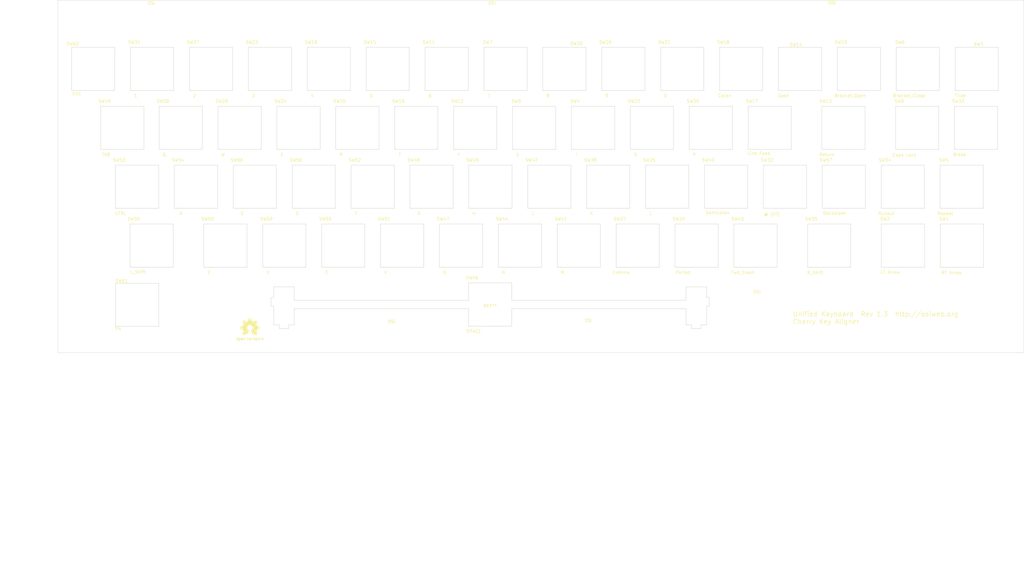
<source format=kicad_pcb>
(kicad_pcb (version 20171130) (host pcbnew "(5.1.5-0-10_14)")

  (general
    (thickness 1.6)
    (drawings 7)
    (tracks 0)
    (zones 0)
    (modules 75)
    (nets 1)
  )

  (page B)
  (title_block
    (title "Cherry Key aligner")
    (date 2019-08-25)
    (rev 1.1)
    (company OSIWeb.org)
    (comment 1 "Key matrix w/ LED")
  )

  (layers
    (0 F.Cu signal)
    (31 B.Cu signal)
    (32 B.Adhes user)
    (33 F.Adhes user)
    (34 B.Paste user)
    (35 F.Paste user)
    (36 B.SilkS user)
    (37 F.SilkS user)
    (38 B.Mask user)
    (39 F.Mask user)
    (40 Dwgs.User user)
    (41 Cmts.User user)
    (42 Eco1.User user)
    (43 Eco2.User user)
    (44 Edge.Cuts user)
    (45 Margin user)
    (46 B.CrtYd user)
    (47 F.CrtYd user)
    (48 B.Fab user)
    (49 F.Fab user)
  )

  (setup
    (last_trace_width 0.254)
    (user_trace_width 0.254)
    (user_trace_width 0.508)
    (user_trace_width 1.27)
    (trace_clearance 0.2)
    (zone_clearance 0.508)
    (zone_45_only no)
    (trace_min 0.2)
    (via_size 0.8128)
    (via_drill 0.4064)
    (via_min_size 0.4)
    (via_min_drill 0.3)
    (user_via 1.27 0.7112)
    (uvia_size 0.3048)
    (uvia_drill 0.1016)
    (uvias_allowed no)
    (uvia_min_size 0.2)
    (uvia_min_drill 0.1)
    (edge_width 0.05)
    (segment_width 0.2)
    (pcb_text_width 0.3)
    (pcb_text_size 1.5 1.5)
    (mod_edge_width 0.12)
    (mod_text_size 1 1)
    (mod_text_width 0.15)
    (pad_size 6.858 6.858)
    (pad_drill 6.858)
    (pad_to_mask_clearance 0)
    (aux_axis_origin 61.4172 179.1081)
    (grid_origin 62.1538 75.2602)
    (visible_elements 7FFFEFFF)
    (pcbplotparams
      (layerselection 0x010fc_ffffffff)
      (usegerberextensions false)
      (usegerberattributes false)
      (usegerberadvancedattributes false)
      (creategerberjobfile false)
      (excludeedgelayer true)
      (linewidth 0.100000)
      (plotframeref false)
      (viasonmask false)
      (mode 1)
      (useauxorigin false)
      (hpglpennumber 1)
      (hpglpenspeed 20)
      (hpglpendiameter 15.000000)
      (psnegative false)
      (psa4output false)
      (plotreference true)
      (plotvalue true)
      (plotinvisibletext false)
      (padsonsilk false)
      (subtractmaskfromsilk false)
      (outputformat 1)
      (mirror false)
      (drillshape 0)
      (scaleselection 1)
      (outputdirectory "cherry-aligner-outputs"))
  )

  (net 0 "")

  (net_class Default "This is the default net class."
    (clearance 0.2)
    (trace_width 0.254)
    (via_dia 0.8128)
    (via_drill 0.4064)
    (uvia_dia 0.3048)
    (uvia_drill 0.1016)
    (diff_pair_width 0.2032)
    (diff_pair_gap 0.254)
  )

  (net_class power1 ""
    (clearance 0.254)
    (trace_width 1.27)
    (via_dia 1.27)
    (via_drill 0.7112)
    (uvia_dia 0.3048)
    (uvia_drill 0.1016)
    (diff_pair_width 0.2032)
    (diff_pair_gap 0.254)
  )

  (net_class signal ""
    (clearance 0.2032)
    (trace_width 0.254)
    (via_dia 0.8128)
    (via_drill 0.4064)
    (uvia_dia 0.3048)
    (uvia_drill 0.1016)
    (diff_pair_width 0.2032)
    (diff_pair_gap 0.254)
  )

  (module "unikbd:Cherry aligner" (layer F.Cu) (tedit 5DA626D6) (tstamp 5E0A52FF)
    (at 68.57238 89.79916)
    (fp_text reference SW62 (at -6.64718 -8.13816) (layer F.SilkS)
      (effects (font (size 1 1) (thickness 0.15)))
    )
    (fp_text value ESC (at -5.32638 8.06704) (layer F.SilkS)
      (effects (font (size 1 1) (thickness 0.15)))
    )
    (fp_line (start -6.985 -6.985) (end -6.985 6.985) (layer Edge.Cuts) (width 0.12))
    (fp_line (start 6.985 6.985) (end 6.985 -6.985) (layer Edge.Cuts) (width 0.12))
    (fp_line (start -6.985 -6.985) (end 6.985 -6.985) (layer Edge.Cuts) (width 0.12))
    (fp_line (start -6.985 6.985) (end 6.985 6.985) (layer Edge.Cuts) (width 0.12))
  )

  (module "unikbd:Cherry aligner" locked (layer F.Cu) (tedit 5DA626D6) (tstamp 5E0A154C)
    (at 82.7786 166.0906)
    (fp_text reference SW61 (at -5.0292 -7.7724) (layer F.SilkS)
      (effects (font (size 1 1) (thickness 0.15)))
    )
    (fp_text value FN (at -6.1214 7.7978) (layer F.SilkS)
      (effects (font (size 1 1) (thickness 0.15)))
    )
    (fp_line (start -6.985 -6.985) (end -6.985 6.985) (layer Edge.Cuts) (width 0.12))
    (fp_line (start 6.985 6.985) (end 6.985 -6.985) (layer Edge.Cuts) (width 0.12))
    (fp_line (start -6.985 -6.985) (end 6.985 -6.985) (layer Edge.Cuts) (width 0.12))
    (fp_line (start -6.985 6.985) (end 6.985 6.985) (layer Edge.Cuts) (width 0.12))
  )

  (module Symbol:OSHW-Logo2_9.8x8mm_SilkScreen (layer F.Cu) (tedit 0) (tstamp 5E0A0419)
    (at 119.253 174.1678)
    (descr "Open Source Hardware Symbol")
    (tags "Logo Symbol OSHW")
    (attr virtual)
    (fp_text reference REF** (at 0 0) (layer F.SilkS) hide
      (effects (font (size 1 1) (thickness 0.15)))
    )
    (fp_text value OSHW-Logo2_9.8x8mm_SilkScreen (at 0.4572 5.0038) (layer F.Fab) hide
      (effects (font (size 1 1) (thickness 0.15)))
    )
    (fp_poly (pts (xy 0.139878 -3.712224) (xy 0.245612 -3.711645) (xy 0.322132 -3.710078) (xy 0.374372 -3.707028)
      (xy 0.407263 -3.702004) (xy 0.425737 -3.694511) (xy 0.434727 -3.684056) (xy 0.439163 -3.670147)
      (xy 0.439594 -3.668346) (xy 0.446333 -3.635855) (xy 0.458808 -3.571748) (xy 0.475719 -3.482849)
      (xy 0.495771 -3.375981) (xy 0.517664 -3.257967) (xy 0.518429 -3.253822) (xy 0.540359 -3.138169)
      (xy 0.560877 -3.035986) (xy 0.578659 -2.953402) (xy 0.592381 -2.896544) (xy 0.600718 -2.871542)
      (xy 0.601116 -2.871099) (xy 0.625677 -2.85889) (xy 0.676315 -2.838544) (xy 0.742095 -2.814455)
      (xy 0.742461 -2.814326) (xy 0.825317 -2.783182) (xy 0.923 -2.743509) (xy 1.015077 -2.703619)
      (xy 1.019434 -2.701647) (xy 1.169407 -2.63358) (xy 1.501498 -2.860361) (xy 1.603374 -2.929496)
      (xy 1.695657 -2.991303) (xy 1.773003 -3.042267) (xy 1.830064 -3.078873) (xy 1.861495 -3.097606)
      (xy 1.864479 -3.098996) (xy 1.887321 -3.09281) (xy 1.929982 -3.062965) (xy 1.994128 -3.008053)
      (xy 2.081421 -2.926666) (xy 2.170535 -2.840078) (xy 2.256441 -2.754753) (xy 2.333327 -2.676892)
      (xy 2.396564 -2.611303) (xy 2.441523 -2.562795) (xy 2.463576 -2.536175) (xy 2.464396 -2.534805)
      (xy 2.466834 -2.516537) (xy 2.45765 -2.486705) (xy 2.434574 -2.441279) (xy 2.395337 -2.37623)
      (xy 2.33767 -2.28753) (xy 2.260795 -2.173343) (xy 2.19257 -2.072838) (xy 2.131582 -1.982697)
      (xy 2.081356 -1.908151) (xy 2.045416 -1.854435) (xy 2.027287 -1.826782) (xy 2.026146 -1.824905)
      (xy 2.028359 -1.79841) (xy 2.045138 -1.746914) (xy 2.073142 -1.680149) (xy 2.083122 -1.658828)
      (xy 2.126672 -1.563841) (xy 2.173134 -1.456063) (xy 2.210877 -1.362808) (xy 2.238073 -1.293594)
      (xy 2.259675 -1.240994) (xy 2.272158 -1.213503) (xy 2.273709 -1.211384) (xy 2.296668 -1.207876)
      (xy 2.350786 -1.198262) (xy 2.428868 -1.183911) (xy 2.523719 -1.166193) (xy 2.628143 -1.146475)
      (xy 2.734944 -1.126126) (xy 2.836926 -1.106514) (xy 2.926894 -1.089009) (xy 2.997653 -1.074978)
      (xy 3.042006 -1.065791) (xy 3.052885 -1.063193) (xy 3.064122 -1.056782) (xy 3.072605 -1.042303)
      (xy 3.078714 -1.014867) (xy 3.082832 -0.969589) (xy 3.085341 -0.90158) (xy 3.086621 -0.805953)
      (xy 3.087054 -0.67782) (xy 3.087077 -0.625299) (xy 3.087077 -0.198155) (xy 2.9845 -0.177909)
      (xy 2.927431 -0.16693) (xy 2.842269 -0.150905) (xy 2.739372 -0.131767) (xy 2.629096 -0.111449)
      (xy 2.598615 -0.105868) (xy 2.496855 -0.086083) (xy 2.408205 -0.066627) (xy 2.340108 -0.049303)
      (xy 2.300004 -0.035912) (xy 2.293323 -0.031921) (xy 2.276919 -0.003658) (xy 2.253399 0.051109)
      (xy 2.227316 0.121588) (xy 2.222142 0.136769) (xy 2.187956 0.230896) (xy 2.145523 0.337101)
      (xy 2.103997 0.432473) (xy 2.103792 0.432916) (xy 2.03464 0.582525) (xy 2.489512 1.251617)
      (xy 2.1975 1.544116) (xy 2.10918 1.63117) (xy 2.028625 1.707909) (xy 1.96036 1.770237)
      (xy 1.908908 1.814056) (xy 1.878794 1.83527) (xy 1.874474 1.836616) (xy 1.849111 1.826016)
      (xy 1.797358 1.796547) (xy 1.724868 1.751705) (xy 1.637294 1.694984) (xy 1.542612 1.631462)
      (xy 1.446516 1.566668) (xy 1.360837 1.510287) (xy 1.291016 1.465788) (xy 1.242494 1.436639)
      (xy 1.220782 1.426308) (xy 1.194293 1.43505) (xy 1.144062 1.458087) (xy 1.080451 1.490631)
      (xy 1.073708 1.494249) (xy 0.988046 1.53721) (xy 0.929306 1.558279) (xy 0.892772 1.558503)
      (xy 0.873731 1.538928) (xy 0.87362 1.538654) (xy 0.864102 1.515472) (xy 0.841403 1.460441)
      (xy 0.807282 1.377822) (xy 0.7635 1.271872) (xy 0.711816 1.146852) (xy 0.653992 1.00702)
      (xy 0.597991 0.871637) (xy 0.536447 0.722234) (xy 0.479939 0.583832) (xy 0.430161 0.460673)
      (xy 0.388806 0.357002) (xy 0.357568 0.277059) (xy 0.338141 0.225088) (xy 0.332154 0.205692)
      (xy 0.347168 0.183443) (xy 0.386439 0.147982) (xy 0.438807 0.108887) (xy 0.587941 -0.014755)
      (xy 0.704511 -0.156478) (xy 0.787118 -0.313296) (xy 0.834366 -0.482225) (xy 0.844857 -0.660278)
      (xy 0.837231 -0.742461) (xy 0.795682 -0.912969) (xy 0.724123 -1.063541) (xy 0.626995 -1.192691)
      (xy 0.508734 -1.298936) (xy 0.37378 -1.38079) (xy 0.226571 -1.436768) (xy 0.071544 -1.465385)
      (xy -0.086861 -1.465156) (xy -0.244206 -1.434595) (xy -0.396054 -1.372218) (xy -0.537965 -1.27654)
      (xy -0.597197 -1.222428) (xy -0.710797 -1.08348) (xy -0.789894 -0.931639) (xy -0.835014 -0.771333)
      (xy -0.846684 -0.606988) (xy -0.825431 -0.443029) (xy -0.77178 -0.283882) (xy -0.68626 -0.133975)
      (xy -0.569395 0.002267) (xy -0.438807 0.108887) (xy -0.384412 0.149642) (xy -0.345986 0.184718)
      (xy -0.332154 0.205726) (xy -0.339397 0.228635) (xy -0.359995 0.283365) (xy -0.392254 0.365672)
      (xy -0.434479 0.471315) (xy -0.484977 0.59605) (xy -0.542052 0.735636) (xy -0.598146 0.87167)
      (xy -0.660033 1.021201) (xy -0.717356 1.159767) (xy -0.768356 1.283107) (xy -0.811273 1.386964)
      (xy -0.844347 1.46708) (xy -0.865819 1.519195) (xy -0.873775 1.538654) (xy -0.892571 1.558423)
      (xy -0.928926 1.558365) (xy -0.987521 1.537441) (xy -1.073032 1.494613) (xy -1.073708 1.494249)
      (xy -1.138093 1.461012) (xy -1.190139 1.436802) (xy -1.219488 1.426404) (xy -1.220783 1.426308)
      (xy -1.242876 1.436855) (xy -1.291652 1.466184) (xy -1.361669 1.510827) (xy -1.447486 1.567314)
      (xy -1.542612 1.631462) (xy -1.63946 1.696411) (xy -1.726747 1.752896) (xy -1.798819 1.797421)
      (xy -1.850023 1.82649) (xy -1.874474 1.836616) (xy -1.89699 1.823307) (xy -1.942258 1.786112)
      (xy -2.005756 1.729128) (xy -2.082961 1.656449) (xy -2.169349 1.572171) (xy -2.197601 1.544016)
      (xy -2.489713 1.251416) (xy -2.267369 0.925104) (xy -2.199798 0.824897) (xy -2.140493 0.734963)
      (xy -2.092783 0.66051) (xy -2.059993 0.606751) (xy -2.045452 0.578894) (xy -2.045026 0.576912)
      (xy -2.052692 0.550655) (xy -2.073311 0.497837) (xy -2.103315 0.42731) (xy -2.124375 0.380093)
      (xy -2.163752 0.289694) (xy -2.200835 0.198366) (xy -2.229585 0.1212) (xy -2.237395 0.097692)
      (xy -2.259583 0.034916) (xy -2.281273 -0.013589) (xy -2.293187 -0.031921) (xy -2.319477 -0.043141)
      (xy -2.376858 -0.059046) (xy -2.457882 -0.077833) (xy -2.555105 -0.097701) (xy -2.598615 -0.105868)
      (xy -2.709104 -0.126171) (xy -2.815084 -0.14583) (xy -2.906199 -0.162912) (xy -2.972092 -0.175482)
      (xy -2.9845 -0.177909) (xy -3.087077 -0.198155) (xy -3.087077 -0.625299) (xy -3.086847 -0.765754)
      (xy -3.085901 -0.872021) (xy -3.083859 -0.948987) (xy -3.080338 -1.00154) (xy -3.074957 -1.034567)
      (xy -3.067334 -1.052955) (xy -3.057088 -1.061592) (xy -3.052885 -1.063193) (xy -3.02753 -1.068873)
      (xy -2.971516 -1.080205) (xy -2.892036 -1.095821) (xy -2.796288 -1.114353) (xy -2.691467 -1.134431)
      (xy -2.584768 -1.154688) (xy -2.483387 -1.173754) (xy -2.394521 -1.190261) (xy -2.325363 -1.202841)
      (xy -2.283111 -1.210125) (xy -2.27371 -1.211384) (xy -2.265193 -1.228237) (xy -2.24634 -1.27313)
      (xy -2.220676 -1.33757) (xy -2.210877 -1.362808) (xy -2.171352 -1.460314) (xy -2.124808 -1.568041)
      (xy -2.083123 -1.658828) (xy -2.05245 -1.728247) (xy -2.032044 -1.78529) (xy -2.025232 -1.820223)
      (xy -2.026318 -1.824905) (xy -2.040715 -1.847009) (xy -2.073588 -1.896169) (xy -2.12141 -1.967152)
      (xy -2.180652 -2.054722) (xy -2.247785 -2.153643) (xy -2.261059 -2.17317) (xy -2.338954 -2.28886)
      (xy -2.396213 -2.376956) (xy -2.435119 -2.441514) (xy -2.457956 -2.486589) (xy -2.467006 -2.516237)
      (xy -2.464552 -2.534515) (xy -2.464489 -2.534631) (xy -2.445173 -2.558639) (xy -2.402449 -2.605053)
      (xy -2.340949 -2.669063) (xy -2.265302 -2.745855) (xy -2.180139 -2.830618) (xy -2.170535 -2.840078)
      (xy -2.06321 -2.944011) (xy -1.980385 -3.020325) (xy -1.920395 -3.070429) (xy -1.881577 -3.09573)
      (xy -1.86448 -3.098996) (xy -1.839527 -3.08475) (xy -1.787745 -3.051844) (xy -1.71448 -3.003792)
      (xy -1.62508 -2.94411) (xy -1.524889 -2.876312) (xy -1.501499 -2.860361) (xy -1.169407 -2.63358)
      (xy -1.019435 -2.701647) (xy -0.92823 -2.741315) (xy -0.830331 -2.781209) (xy -0.746169 -2.813017)
      (xy -0.742462 -2.814326) (xy -0.676631 -2.838424) (xy -0.625884 -2.8588) (xy -0.601158 -2.871064)
      (xy -0.601116 -2.871099) (xy -0.593271 -2.893266) (xy -0.579934 -2.947783) (xy -0.56243 -3.02852)
      (xy -0.542083 -3.12935) (xy -0.520218 -3.244144) (xy -0.518429 -3.253822) (xy -0.496496 -3.372096)
      (xy -0.47636 -3.479458) (xy -0.45932 -3.569083) (xy -0.446672 -3.634149) (xy -0.439716 -3.667832)
      (xy -0.439594 -3.668346) (xy -0.435361 -3.682675) (xy -0.427129 -3.693493) (xy -0.409967 -3.701294)
      (xy -0.378942 -3.706571) (xy -0.329122 -3.709818) (xy -0.255576 -3.711528) (xy -0.153371 -3.712193)
      (xy -0.017575 -3.712307) (xy 0 -3.712308) (xy 0.139878 -3.712224)) (layer F.SilkS) (width 0.01))
    (fp_poly (pts (xy 4.245224 2.647838) (xy 4.322528 2.698361) (xy 4.359814 2.74359) (xy 4.389353 2.825663)
      (xy 4.391699 2.890607) (xy 4.386385 2.977445) (xy 4.186115 3.065103) (xy 4.088739 3.109887)
      (xy 4.025113 3.145913) (xy 3.992029 3.177117) (xy 3.98628 3.207436) (xy 4.004658 3.240805)
      (xy 4.024923 3.262923) (xy 4.083889 3.298393) (xy 4.148024 3.300879) (xy 4.206926 3.273235)
      (xy 4.250197 3.21832) (xy 4.257936 3.198928) (xy 4.295006 3.138364) (xy 4.337654 3.112552)
      (xy 4.396154 3.090471) (xy 4.396154 3.174184) (xy 4.390982 3.23115) (xy 4.370723 3.279189)
      (xy 4.328262 3.334346) (xy 4.321951 3.341514) (xy 4.27472 3.390585) (xy 4.234121 3.41692)
      (xy 4.183328 3.429035) (xy 4.14122 3.433003) (xy 4.065902 3.433991) (xy 4.012286 3.421466)
      (xy 3.978838 3.402869) (xy 3.926268 3.361975) (xy 3.889879 3.317748) (xy 3.86685 3.262126)
      (xy 3.854359 3.187047) (xy 3.849587 3.084449) (xy 3.849206 3.032376) (xy 3.850501 2.969948)
      (xy 3.968471 2.969948) (xy 3.969839 3.003438) (xy 3.973249 3.008923) (xy 3.995753 3.001472)
      (xy 4.044182 2.981753) (xy 4.108908 2.953718) (xy 4.122443 2.947692) (xy 4.204244 2.906096)
      (xy 4.249312 2.869538) (xy 4.259217 2.835296) (xy 4.235526 2.800648) (xy 4.21596 2.785339)
      (xy 4.14536 2.754721) (xy 4.07928 2.75978) (xy 4.023959 2.797151) (xy 3.985636 2.863473)
      (xy 3.973349 2.916116) (xy 3.968471 2.969948) (xy 3.850501 2.969948) (xy 3.85173 2.91072)
      (xy 3.861032 2.82071) (xy 3.87946 2.755167) (xy 3.90936 2.706912) (xy 3.95308 2.668767)
      (xy 3.972141 2.65644) (xy 4.058726 2.624336) (xy 4.153522 2.622316) (xy 4.245224 2.647838)) (layer F.SilkS) (width 0.01))
    (fp_poly (pts (xy 3.570807 2.636782) (xy 3.594161 2.646988) (xy 3.649902 2.691134) (xy 3.697569 2.754967)
      (xy 3.727048 2.823087) (xy 3.731846 2.85667) (xy 3.71576 2.903556) (xy 3.680475 2.928365)
      (xy 3.642644 2.943387) (xy 3.625321 2.946155) (xy 3.616886 2.926066) (xy 3.60023 2.882351)
      (xy 3.592923 2.862598) (xy 3.551948 2.794271) (xy 3.492622 2.760191) (xy 3.416552 2.761239)
      (xy 3.410918 2.762581) (xy 3.370305 2.781836) (xy 3.340448 2.819375) (xy 3.320055 2.879809)
      (xy 3.307836 2.967751) (xy 3.3025 3.087813) (xy 3.302 3.151698) (xy 3.301752 3.252403)
      (xy 3.300126 3.321054) (xy 3.295801 3.364673) (xy 3.287454 3.390282) (xy 3.273765 3.404903)
      (xy 3.253411 3.415558) (xy 3.252234 3.416095) (xy 3.213038 3.432667) (xy 3.193619 3.438769)
      (xy 3.190635 3.420319) (xy 3.188081 3.369323) (xy 3.18614 3.292308) (xy 3.184997 3.195805)
      (xy 3.184769 3.125184) (xy 3.185932 2.988525) (xy 3.190479 2.884851) (xy 3.199999 2.808108)
      (xy 3.216081 2.752246) (xy 3.240313 2.711212) (xy 3.274286 2.678954) (xy 3.307833 2.65644)
      (xy 3.388499 2.626476) (xy 3.482381 2.619718) (xy 3.570807 2.636782)) (layer F.SilkS) (width 0.01))
    (fp_poly (pts (xy 2.887333 2.633528) (xy 2.94359 2.659117) (xy 2.987747 2.690124) (xy 3.020101 2.724795)
      (xy 3.042438 2.76952) (xy 3.056546 2.830692) (xy 3.064211 2.914701) (xy 3.06722 3.02794)
      (xy 3.067538 3.102509) (xy 3.067538 3.39342) (xy 3.017773 3.416095) (xy 2.978576 3.432667)
      (xy 2.959157 3.438769) (xy 2.955442 3.42061) (xy 2.952495 3.371648) (xy 2.950691 3.300153)
      (xy 2.950308 3.243385) (xy 2.948661 3.161371) (xy 2.944222 3.096309) (xy 2.93774 3.056467)
      (xy 2.93259 3.048) (xy 2.897977 3.056646) (xy 2.84364 3.078823) (xy 2.780722 3.108886)
      (xy 2.720368 3.141192) (xy 2.673721 3.170098) (xy 2.651926 3.189961) (xy 2.651839 3.190175)
      (xy 2.653714 3.226935) (xy 2.670525 3.262026) (xy 2.700039 3.290528) (xy 2.743116 3.300061)
      (xy 2.779932 3.29895) (xy 2.832074 3.298133) (xy 2.859444 3.310349) (xy 2.875882 3.342624)
      (xy 2.877955 3.34871) (xy 2.885081 3.394739) (xy 2.866024 3.422687) (xy 2.816353 3.436007)
      (xy 2.762697 3.43847) (xy 2.666142 3.42021) (xy 2.616159 3.394131) (xy 2.554429 3.332868)
      (xy 2.52169 3.25767) (xy 2.518753 3.178211) (xy 2.546424 3.104167) (xy 2.588047 3.057769)
      (xy 2.629604 3.031793) (xy 2.694922 2.998907) (xy 2.771038 2.965557) (xy 2.783726 2.960461)
      (xy 2.867333 2.923565) (xy 2.91553 2.891046) (xy 2.93103 2.858718) (xy 2.91655 2.822394)
      (xy 2.891692 2.794) (xy 2.832939 2.759039) (xy 2.768293 2.756417) (xy 2.709008 2.783358)
      (xy 2.666339 2.837088) (xy 2.660739 2.85095) (xy 2.628133 2.901936) (xy 2.58053 2.939787)
      (xy 2.520461 2.97085) (xy 2.520461 2.882768) (xy 2.523997 2.828951) (xy 2.539156 2.786534)
      (xy 2.572768 2.741279) (xy 2.605035 2.70642) (xy 2.655209 2.657062) (xy 2.694193 2.630547)
      (xy 2.736064 2.619911) (xy 2.78346 2.618154) (xy 2.887333 2.633528)) (layer F.SilkS) (width 0.01))
    (fp_poly (pts (xy 2.395929 2.636662) (xy 2.398911 2.688068) (xy 2.401247 2.766192) (xy 2.402749 2.864857)
      (xy 2.403231 2.968343) (xy 2.403231 3.318533) (xy 2.341401 3.380363) (xy 2.298793 3.418462)
      (xy 2.26139 3.433895) (xy 2.21027 3.432918) (xy 2.189978 3.430433) (xy 2.126554 3.4232)
      (xy 2.074095 3.419055) (xy 2.061308 3.418672) (xy 2.018199 3.421176) (xy 1.956544 3.427462)
      (xy 1.932638 3.430433) (xy 1.873922 3.435028) (xy 1.834464 3.425046) (xy 1.795338 3.394228)
      (xy 1.781215 3.380363) (xy 1.719385 3.318533) (xy 1.719385 2.663503) (xy 1.76915 2.640829)
      (xy 1.812002 2.624034) (xy 1.837073 2.618154) (xy 1.843501 2.636736) (xy 1.849509 2.688655)
      (xy 1.854697 2.768172) (xy 1.858664 2.869546) (xy 1.860577 2.955192) (xy 1.865923 3.292231)
      (xy 1.91256 3.298825) (xy 1.954976 3.294214) (xy 1.97576 3.279287) (xy 1.98157 3.251377)
      (xy 1.98653 3.191925) (xy 1.990246 3.108466) (xy 1.992324 3.008532) (xy 1.992624 2.957104)
      (xy 1.992923 2.661054) (xy 2.054454 2.639604) (xy 2.098004 2.62502) (xy 2.121694 2.618219)
      (xy 2.122377 2.618154) (xy 2.124754 2.636642) (xy 2.127366 2.687906) (xy 2.129995 2.765649)
      (xy 2.132421 2.863574) (xy 2.134115 2.955192) (xy 2.139461 3.292231) (xy 2.256692 3.292231)
      (xy 2.262072 2.984746) (xy 2.267451 2.677261) (xy 2.324601 2.647707) (xy 2.366797 2.627413)
      (xy 2.39177 2.618204) (xy 2.392491 2.618154) (xy 2.395929 2.636662)) (layer F.SilkS) (width 0.01))
    (fp_poly (pts (xy 1.602081 2.780289) (xy 1.601833 2.92632) (xy 1.600872 3.038655) (xy 1.598794 3.122678)
      (xy 1.595193 3.183769) (xy 1.589665 3.227309) (xy 1.581804 3.258679) (xy 1.571207 3.283262)
      (xy 1.563182 3.297294) (xy 1.496728 3.373388) (xy 1.41247 3.421084) (xy 1.319249 3.438199)
      (xy 1.2259 3.422546) (xy 1.170312 3.394418) (xy 1.111957 3.34576) (xy 1.072186 3.286333)
      (xy 1.04819 3.208507) (xy 1.037161 3.104652) (xy 1.035599 3.028462) (xy 1.035809 3.022986)
      (xy 1.172308 3.022986) (xy 1.173141 3.110355) (xy 1.176961 3.168192) (xy 1.185746 3.206029)
      (xy 1.201474 3.233398) (xy 1.220266 3.254042) (xy 1.283375 3.29389) (xy 1.351137 3.297295)
      (xy 1.415179 3.264025) (xy 1.420164 3.259517) (xy 1.441439 3.236067) (xy 1.454779 3.208166)
      (xy 1.462001 3.166641) (xy 1.464923 3.102316) (xy 1.465385 3.0312) (xy 1.464383 2.941858)
      (xy 1.460238 2.882258) (xy 1.451236 2.843089) (xy 1.435667 2.81504) (xy 1.422902 2.800144)
      (xy 1.3636 2.762575) (xy 1.295301 2.758057) (xy 1.23011 2.786753) (xy 1.217528 2.797406)
      (xy 1.196111 2.821063) (xy 1.182744 2.849251) (xy 1.175566 2.891245) (xy 1.172719 2.956319)
      (xy 1.172308 3.022986) (xy 1.035809 3.022986) (xy 1.040322 2.905765) (xy 1.056362 2.813577)
      (xy 1.086528 2.744269) (xy 1.133629 2.690211) (xy 1.170312 2.662505) (xy 1.23699 2.632572)
      (xy 1.314272 2.618678) (xy 1.38611 2.622397) (xy 1.426308 2.6374) (xy 1.442082 2.64167)
      (xy 1.45255 2.62575) (xy 1.459856 2.583089) (xy 1.465385 2.518106) (xy 1.471437 2.445732)
      (xy 1.479844 2.402187) (xy 1.495141 2.377287) (xy 1.521864 2.360845) (xy 1.538654 2.353564)
      (xy 1.602154 2.326963) (xy 1.602081 2.780289)) (layer F.SilkS) (width 0.01))
    (fp_poly (pts (xy 0.713362 2.62467) (xy 0.802117 2.657421) (xy 0.874022 2.71535) (xy 0.902144 2.756128)
      (xy 0.932802 2.830954) (xy 0.932165 2.885058) (xy 0.899987 2.921446) (xy 0.888081 2.927633)
      (xy 0.836675 2.946925) (xy 0.810422 2.941982) (xy 0.80153 2.909587) (xy 0.801077 2.891692)
      (xy 0.784797 2.825859) (xy 0.742365 2.779807) (xy 0.683388 2.757564) (xy 0.617475 2.763161)
      (xy 0.563895 2.792229) (xy 0.545798 2.80881) (xy 0.532971 2.828925) (xy 0.524306 2.859332)
      (xy 0.518696 2.906788) (xy 0.515035 2.97805) (xy 0.512215 3.079875) (xy 0.511484 3.112115)
      (xy 0.50882 3.22241) (xy 0.505792 3.300036) (xy 0.50125 3.351396) (xy 0.494046 3.38289)
      (xy 0.483033 3.40092) (xy 0.46706 3.411888) (xy 0.456834 3.416733) (xy 0.413406 3.433301)
      (xy 0.387842 3.438769) (xy 0.379395 3.420507) (xy 0.374239 3.365296) (xy 0.372346 3.272499)
      (xy 0.373689 3.141478) (xy 0.374107 3.121269) (xy 0.377058 3.001733) (xy 0.380548 2.914449)
      (xy 0.385514 2.852591) (xy 0.392893 2.809336) (xy 0.403624 2.77786) (xy 0.418645 2.751339)
      (xy 0.426502 2.739975) (xy 0.471553 2.689692) (xy 0.52194 2.650581) (xy 0.528108 2.647167)
      (xy 0.618458 2.620212) (xy 0.713362 2.62467)) (layer F.SilkS) (width 0.01))
    (fp_poly (pts (xy 0.053501 2.626303) (xy 0.13006 2.654733) (xy 0.130936 2.655279) (xy 0.178285 2.690127)
      (xy 0.213241 2.730852) (xy 0.237825 2.783925) (xy 0.254062 2.855814) (xy 0.263975 2.952992)
      (xy 0.269586 3.081928) (xy 0.270077 3.100298) (xy 0.277141 3.377287) (xy 0.217695 3.408028)
      (xy 0.174681 3.428802) (xy 0.14871 3.438646) (xy 0.147509 3.438769) (xy 0.143014 3.420606)
      (xy 0.139444 3.371612) (xy 0.137248 3.300031) (xy 0.136769 3.242068) (xy 0.136758 3.14817)
      (xy 0.132466 3.089203) (xy 0.117503 3.061079) (xy 0.085482 3.059706) (xy 0.030014 3.080998)
      (xy -0.053731 3.120136) (xy -0.115311 3.152643) (xy -0.146983 3.180845) (xy -0.156294 3.211582)
      (xy -0.156308 3.213104) (xy -0.140943 3.266054) (xy -0.095453 3.29466) (xy -0.025834 3.298803)
      (xy 0.024313 3.298084) (xy 0.050754 3.312527) (xy 0.067243 3.347218) (xy 0.076733 3.391416)
      (xy 0.063057 3.416493) (xy 0.057907 3.420082) (xy 0.009425 3.434496) (xy -0.058469 3.436537)
      (xy -0.128388 3.426983) (xy -0.177932 3.409522) (xy -0.24643 3.351364) (xy -0.285366 3.270408)
      (xy -0.293077 3.20716) (xy -0.287193 3.150111) (xy -0.265899 3.103542) (xy -0.223735 3.062181)
      (xy -0.155241 3.020755) (xy -0.054956 2.973993) (xy -0.048846 2.97135) (xy 0.04149 2.929617)
      (xy 0.097235 2.895391) (xy 0.121129 2.864635) (xy 0.115913 2.833311) (xy 0.084328 2.797383)
      (xy 0.074883 2.789116) (xy 0.011617 2.757058) (xy -0.053936 2.758407) (xy -0.111028 2.789838)
      (xy -0.148907 2.848024) (xy -0.152426 2.859446) (xy -0.1867 2.914837) (xy -0.230191 2.941518)
      (xy -0.293077 2.96796) (xy -0.293077 2.899548) (xy -0.273948 2.80011) (xy -0.217169 2.708902)
      (xy -0.187622 2.678389) (xy -0.120458 2.639228) (xy -0.035044 2.6215) (xy 0.053501 2.626303)) (layer F.SilkS) (width 0.01))
    (fp_poly (pts (xy -0.840154 2.49212) (xy -0.834428 2.57198) (xy -0.827851 2.619039) (xy -0.818738 2.639566)
      (xy -0.805402 2.639829) (xy -0.801077 2.637378) (xy -0.743556 2.619636) (xy -0.668732 2.620672)
      (xy -0.592661 2.63891) (xy -0.545082 2.662505) (xy -0.496298 2.700198) (xy -0.460636 2.742855)
      (xy -0.436155 2.797057) (xy -0.420913 2.869384) (xy -0.41297 2.966419) (xy -0.410384 3.094742)
      (xy -0.410338 3.119358) (xy -0.410308 3.39587) (xy -0.471839 3.41732) (xy -0.515541 3.431912)
      (xy -0.539518 3.438706) (xy -0.540223 3.438769) (xy -0.542585 3.420345) (xy -0.544594 3.369526)
      (xy -0.546099 3.292993) (xy -0.546947 3.19743) (xy -0.547077 3.139329) (xy -0.547349 3.024771)
      (xy -0.548748 2.942667) (xy -0.552151 2.886393) (xy -0.558433 2.849326) (xy -0.568471 2.824844)
      (xy -0.583139 2.806325) (xy -0.592298 2.797406) (xy -0.655211 2.761466) (xy -0.723864 2.758775)
      (xy -0.786152 2.78917) (xy -0.797671 2.800144) (xy -0.814567 2.820779) (xy -0.826286 2.845256)
      (xy -0.833767 2.880647) (xy -0.837946 2.934026) (xy -0.839763 3.012466) (xy -0.840154 3.120617)
      (xy -0.840154 3.39587) (xy -0.901685 3.41732) (xy -0.945387 3.431912) (xy -0.969364 3.438706)
      (xy -0.97007 3.438769) (xy -0.971874 3.420069) (xy -0.9735 3.367322) (xy -0.974883 3.285557)
      (xy -0.975958 3.179805) (xy -0.97666 3.055094) (xy -0.976923 2.916455) (xy -0.976923 2.381806)
      (xy -0.849923 2.328236) (xy -0.840154 2.49212)) (layer F.SilkS) (width 0.01))
    (fp_poly (pts (xy -2.465746 2.599745) (xy -2.388714 2.651567) (xy -2.329184 2.726412) (xy -2.293622 2.821654)
      (xy -2.286429 2.891756) (xy -2.287246 2.921009) (xy -2.294086 2.943407) (xy -2.312888 2.963474)
      (xy -2.349592 2.985733) (xy -2.410138 3.014709) (xy -2.500466 3.054927) (xy -2.500923 3.055129)
      (xy -2.584067 3.09321) (xy -2.652247 3.127025) (xy -2.698495 3.152933) (xy -2.715842 3.167295)
      (xy -2.715846 3.167411) (xy -2.700557 3.198685) (xy -2.664804 3.233157) (xy -2.623758 3.25799)
      (xy -2.602963 3.262923) (xy -2.54623 3.245862) (xy -2.497373 3.203133) (xy -2.473535 3.156155)
      (xy -2.450603 3.121522) (xy -2.405682 3.082081) (xy -2.352877 3.048009) (xy -2.30629 3.02948)
      (xy -2.296548 3.028462) (xy -2.285582 3.045215) (xy -2.284921 3.088039) (xy -2.29298 3.145781)
      (xy -2.308173 3.207289) (xy -2.328914 3.261409) (xy -2.329962 3.26351) (xy -2.392379 3.35066)
      (xy -2.473274 3.409939) (xy -2.565144 3.439034) (xy -2.660487 3.435634) (xy -2.751802 3.397428)
      (xy -2.755862 3.394741) (xy -2.827694 3.329642) (xy -2.874927 3.244705) (xy -2.901066 3.133021)
      (xy -2.904574 3.101643) (xy -2.910787 2.953536) (xy -2.903339 2.884468) (xy -2.715846 2.884468)
      (xy -2.71341 2.927552) (xy -2.700086 2.940126) (xy -2.666868 2.930719) (xy -2.614506 2.908483)
      (xy -2.555976 2.88061) (xy -2.554521 2.879872) (xy -2.504911 2.853777) (xy -2.485 2.836363)
      (xy -2.48991 2.818107) (xy -2.510584 2.79412) (xy -2.563181 2.759406) (xy -2.619823 2.756856)
      (xy -2.670631 2.782119) (xy -2.705724 2.830847) (xy -2.715846 2.884468) (xy -2.903339 2.884468)
      (xy -2.898008 2.835036) (xy -2.865222 2.741055) (xy -2.819579 2.675215) (xy -2.737198 2.608681)
      (xy -2.646454 2.575676) (xy -2.553815 2.573573) (xy -2.465746 2.599745)) (layer F.SilkS) (width 0.01))
    (fp_poly (pts (xy -3.983114 2.587256) (xy -3.891536 2.635409) (xy -3.823951 2.712905) (xy -3.799943 2.762727)
      (xy -3.781262 2.837533) (xy -3.771699 2.932052) (xy -3.770792 3.03521) (xy -3.778079 3.135935)
      (xy -3.793097 3.223153) (xy -3.815385 3.285791) (xy -3.822235 3.296579) (xy -3.903368 3.377105)
      (xy -3.999734 3.425336) (xy -4.104299 3.43945) (xy -4.210032 3.417629) (xy -4.239457 3.404547)
      (xy -4.296759 3.364231) (xy -4.34705 3.310775) (xy -4.351803 3.303995) (xy -4.371122 3.271321)
      (xy -4.383892 3.236394) (xy -4.391436 3.190414) (xy -4.395076 3.124584) (xy -4.396135 3.030105)
      (xy -4.396154 3.008923) (xy -4.396106 3.002182) (xy -4.200769 3.002182) (xy -4.199632 3.091349)
      (xy -4.195159 3.15052) (xy -4.185754 3.188741) (xy -4.169824 3.215053) (xy -4.161692 3.223846)
      (xy -4.114942 3.257261) (xy -4.069553 3.255737) (xy -4.02366 3.226752) (xy -3.996288 3.195809)
      (xy -3.980077 3.150643) (xy -3.970974 3.07942) (xy -3.970349 3.071114) (xy -3.968796 2.942037)
      (xy -3.985035 2.846172) (xy -4.018848 2.784107) (xy -4.070016 2.756432) (xy -4.08828 2.754923)
      (xy -4.13624 2.762513) (xy -4.169047 2.788808) (xy -4.189105 2.839095) (xy -4.198822 2.918664)
      (xy -4.200769 3.002182) (xy -4.396106 3.002182) (xy -4.395426 2.908249) (xy -4.392371 2.837906)
      (xy -4.385678 2.789163) (xy -4.37404 2.753288) (xy -4.356147 2.721548) (xy -4.352192 2.715648)
      (xy -4.285733 2.636104) (xy -4.213315 2.589929) (xy -4.125151 2.571599) (xy -4.095213 2.570703)
      (xy -3.983114 2.587256)) (layer F.SilkS) (width 0.01))
    (fp_poly (pts (xy -1.728336 2.595089) (xy -1.665633 2.631358) (xy -1.622039 2.667358) (xy -1.590155 2.705075)
      (xy -1.56819 2.751199) (xy -1.554351 2.812421) (xy -1.546847 2.895431) (xy -1.543883 3.006919)
      (xy -1.543539 3.087062) (xy -1.543539 3.382065) (xy -1.709615 3.456515) (xy -1.719385 3.133402)
      (xy -1.723421 3.012729) (xy -1.727656 2.925141) (xy -1.732903 2.86465) (xy -1.739975 2.825268)
      (xy -1.749689 2.801007) (xy -1.762856 2.78588) (xy -1.767081 2.782606) (xy -1.831091 2.757034)
      (xy -1.895792 2.767153) (xy -1.934308 2.794) (xy -1.949975 2.813024) (xy -1.96082 2.837988)
      (xy -1.967712 2.875834) (xy -1.971521 2.933502) (xy -1.973117 3.017935) (xy -1.973385 3.105928)
      (xy -1.973437 3.216323) (xy -1.975328 3.294463) (xy -1.981655 3.347165) (xy -1.995017 3.381242)
      (xy -2.018015 3.403511) (xy -2.053246 3.420787) (xy -2.100303 3.438738) (xy -2.151697 3.458278)
      (xy -2.145579 3.111485) (xy -2.143116 2.986468) (xy -2.140233 2.894082) (xy -2.136102 2.827881)
      (xy -2.129893 2.78142) (xy -2.120774 2.748256) (xy -2.107917 2.721944) (xy -2.092416 2.698729)
      (xy -2.017629 2.624569) (xy -1.926372 2.581684) (xy -1.827117 2.571412) (xy -1.728336 2.595089)) (layer F.SilkS) (width 0.01))
    (fp_poly (pts (xy -3.231114 2.584505) (xy -3.156461 2.621727) (xy -3.090569 2.690261) (xy -3.072423 2.715648)
      (xy -3.052655 2.748866) (xy -3.039828 2.784945) (xy -3.03249 2.833098) (xy -3.029187 2.902536)
      (xy -3.028462 2.994206) (xy -3.031737 3.11983) (xy -3.043123 3.214154) (xy -3.064959 3.284523)
      (xy -3.099581 3.338286) (xy -3.14933 3.382788) (xy -3.152986 3.385423) (xy -3.202015 3.412377)
      (xy -3.261055 3.425712) (xy -3.336141 3.429) (xy -3.458205 3.429) (xy -3.458256 3.547497)
      (xy -3.459392 3.613492) (xy -3.466314 3.652202) (xy -3.484402 3.675419) (xy -3.519038 3.694933)
      (xy -3.527355 3.69892) (xy -3.56628 3.717603) (xy -3.596417 3.729403) (xy -3.618826 3.730422)
      (xy -3.634567 3.716761) (xy -3.644698 3.684522) (xy -3.650277 3.629804) (xy -3.652365 3.548711)
      (xy -3.652019 3.437344) (xy -3.6503 3.291802) (xy -3.649763 3.248269) (xy -3.647828 3.098205)
      (xy -3.646096 3.000042) (xy -3.458308 3.000042) (xy -3.457252 3.083364) (xy -3.452562 3.13788)
      (xy -3.441949 3.173837) (xy -3.423128 3.201482) (xy -3.41035 3.214965) (xy -3.35811 3.254417)
      (xy -3.311858 3.257628) (xy -3.264133 3.225049) (xy -3.262923 3.223846) (xy -3.243506 3.198668)
      (xy -3.231693 3.164447) (xy -3.225735 3.111748) (xy -3.22388 3.031131) (xy -3.223846 3.013271)
      (xy -3.22833 2.902175) (xy -3.242926 2.825161) (xy -3.26935 2.778147) (xy -3.309317 2.75705)
      (xy -3.332416 2.754923) (xy -3.387238 2.7649) (xy -3.424842 2.797752) (xy -3.447477 2.857857)
      (xy -3.457394 2.949598) (xy -3.458308 3.000042) (xy -3.646096 3.000042) (xy -3.645778 2.98206)
      (xy -3.643127 2.894679) (xy -3.639394 2.830905) (xy -3.634093 2.785582) (xy -3.626742 2.753555)
      (xy -3.616857 2.729668) (xy -3.603954 2.708764) (xy -3.598421 2.700898) (xy -3.525031 2.626595)
      (xy -3.43224 2.584467) (xy -3.324904 2.572722) (xy -3.231114 2.584505)) (layer F.SilkS) (width 0.01))
  )

  (module unikbd:OSI_spacer_holes (layer F.Cu) (tedit 5E099C16) (tstamp 5E09F771)
    (at 196.94398 165.99916)
    (fp_text reference REF** (at 0 0.5) (layer F.SilkS)
      (effects (font (size 1 1) (thickness 0.15)))
    )
    (fp_text value "OSI mounting holes" (at -0.32258 11.14044) (layer F.Fab)
      (effects (font (size 1 1) (thickness 0.15)))
    )
    (fp_circle (center -85.979 0.4826) (end -82.229 0.4826) (layer F.CrtYd) (width 0.05))
    (fp_circle (center -85.979 0.4826) (end -82.479 0.4826) (layer Cmts.User) (width 0.15))
    (fp_text user %R (at 110.75162 -87.97036) (layer F.Fab)
      (effects (font (size 1 1) (thickness 0.15)))
    )
    (fp_text user OSI (at 110.49762 -97.57156) (layer F.SilkS)
      (effects (font (size 1 1) (thickness 0.15)))
    )
    (fp_circle (center 85.979 0.4826) (end 89.729 0.4826) (layer F.CrtYd) (width 0.05))
    (fp_circle (center 85.979 0.4826) (end 89.479 0.4826) (layer Cmts.User) (width 0.15))
    (fp_text user %R (at 86.57082 5.50164) (layer F.Fab)
      (effects (font (size 1 1) (thickness 0.15)))
    )
    (fp_text user OSI (at 86.31682 -4.09956) (layer F.SilkS)
      (effects (font (size 1 1) (thickness 0.15)))
    )
    (fp_circle (center 31.75 10.16) (end 35.5 10.16) (layer F.CrtYd) (width 0.05))
    (fp_circle (center 31.75 10.16) (end 35.25 10.16) (layer Cmts.User) (width 0.15))
    (fp_text user %R (at 32.13862 14.79804) (layer F.Fab)
      (effects (font (size 1 1) (thickness 0.15)))
    )
    (fp_text user OSI (at 31.88462 5.19684) (layer F.SilkS)
      (effects (font (size 1 1) (thickness 0.15)))
    )
    (fp_circle (center -31.75 10.16) (end -28 10.16) (layer F.CrtYd) (width 0.05))
    (fp_circle (center -31.75 10.16) (end -28.25 10.16) (layer Cmts.User) (width 0.15))
    (fp_text user %R (at -31.61538 15.12824) (layer F.Fab)
      (effects (font (size 1 1) (thickness 0.15)))
    )
    (fp_text user OSI (at -31.86938 5.52704) (layer F.SilkS)
      (effects (font (size 1 1) (thickness 0.15)))
    )
    (fp_circle (center 0 -92.8624) (end 3.75 -92.8624) (layer F.CrtYd) (width 0.05))
    (fp_circle (center 0 -92.8624) (end 3.5 -92.8624) (layer Cmts.User) (width 0.15))
    (fp_text user OSI (at 0.59182 -97.46996) (layer F.SilkS)
      (effects (font (size 1 1) (thickness 0.15)))
    )
    (fp_text user %R (at 0.84582 -87.86876) (layer F.Fab)
      (effects (font (size 1 1) (thickness 0.15)))
    )
    (fp_circle (center -109.855 -92.8624) (end -106.105 -92.8624) (layer F.CrtYd) (width 0.05))
    (fp_circle (center -109.855 -92.8624) (end -106.355 -92.8624) (layer Cmts.User) (width 0.15))
    (fp_text user OSI (at -109.56798 -97.46996) (layer F.SilkS)
      (effects (font (size 1 1) (thickness 0.15)))
    )
    (fp_text user %R (at -109.31398 -87.86876) (layer F.Fab)
      (effects (font (size 1 1) (thickness 0.15)))
    )
    (fp_circle (center 109.855 -92.8624) (end 113.605 -92.8624) (layer F.CrtYd) (width 0.05))
    (fp_circle (center 109.855 -92.8624) (end 113.355 -92.8624) (layer Cmts.User) (width 0.15))
    (fp_text user OSI (at 110.49762 -97.57156) (layer F.SilkS)
      (effects (font (size 1 1) (thickness 0.15)))
    )
    (fp_text user %R (at 110.75162 -87.97036) (layer F.Fab)
      (effects (font (size 1 1) (thickness 0.15)))
    )
    (pad "" np_thru_hole circle (at -85.979 0.4826) (size 6.858 6.858) (drill 6.858) (layers *.Cu *.Mask))
    (pad "" np_thru_hole circle (at 85.979 0.4826) (size 6.858 6.858) (drill 6.858) (layers *.Cu *.Mask))
    (pad "" np_thru_hole circle (at 31.75 10.16) (size 6.858 6.858) (drill 6.858) (layers *.Cu *.Mask))
    (pad "" np_thru_hole circle (at -31.75 10.16) (size 6.858 6.858) (drill 6.858) (layers *.Cu *.Mask))
    (pad "" np_thru_hole circle (at 0 -92.8624) (size 6.858 6.858) (drill 6.858) (layers *.Cu *.Mask))
    (pad "" np_thru_hole circle (at -109.855 -92.8624) (size 6.858 6.858) (drill 6.858) (layers *.Cu *.Mask))
    (pad "" np_thru_hole circle (at 109.855 -92.8624) (size 6.858 6.858) (drill 6.858) (layers *.Cu *.Mask))
  )

  (module MountingHole:MountingHole_3.5mm (layer F.Cu) (tedit 56D1B4CB) (tstamp 5DA65F84)
    (at 102.6795 171.45)
    (descr "Mounting Hole 3.5mm, no annular")
    (tags "mounting hole 3.5mm no annular")
    (attr virtual)
    (fp_text reference REF** (at 0 -4.5) (layer F.SilkS) hide
      (effects (font (size 1 1) (thickness 0.15)))
    )
    (fp_text value MountingHole_3.5mm (at 0 4.5) (layer F.Fab) hide
      (effects (font (size 1 1) (thickness 0.15)))
    )
    (fp_circle (center 0 0) (end 3.75 0) (layer F.CrtYd) (width 0.05))
    (fp_circle (center 0 0) (end 3.5 0) (layer Cmts.User) (width 0.15))
    (fp_text user %R (at 0.3 0) (layer F.Fab) hide
      (effects (font (size 1 1) (thickness 0.15)))
    )
    (pad 1 np_thru_hole circle (at 0 0) (size 3.5 3.5) (drill 3.5) (layers *.Cu *.Mask))
  )

  (module MountingHole:MountingHole_3.5mm (layer F.Cu) (tedit 56D1B4CB) (tstamp 5DA65F84)
    (at 67.31 171.45)
    (descr "Mounting Hole 3.5mm, no annular")
    (tags "mounting hole 3.5mm no annular")
    (attr virtual)
    (fp_text reference REF** (at 0 -4.5) (layer F.SilkS) hide
      (effects (font (size 1 1) (thickness 0.15)))
    )
    (fp_text value MountingHole_3.5mm (at 0 4.5) (layer F.Fab) hide
      (effects (font (size 1 1) (thickness 0.15)))
    )
    (fp_text user %R (at 0.3 0) (layer F.Fab) hide
      (effects (font (size 1 1) (thickness 0.15)))
    )
    (fp_circle (center 0 0) (end 3.5 0) (layer Cmts.User) (width 0.15))
    (fp_circle (center 0 0) (end 3.75 0) (layer F.CrtYd) (width 0.05))
    (pad 1 np_thru_hole circle (at 0 0) (size 3.5 3.5) (drill 3.5) (layers *.Cu *.Mask))
  )

  (module MountingHole:MountingHole_3.5mm (layer F.Cu) (tedit 56D1B4CB) (tstamp 5DA65F84)
    (at 358.14 171.45)
    (descr "Mounting Hole 3.5mm, no annular")
    (tags "mounting hole 3.5mm no annular")
    (attr virtual)
    (fp_text reference REF** (at 0 -4.5) (layer F.SilkS) hide
      (effects (font (size 1 1) (thickness 0.15)))
    )
    (fp_text value MountingHole_3.5mm (at 0 4.5) (layer F.Fab) hide
      (effects (font (size 1 1) (thickness 0.15)))
    )
    (fp_text user %R (at 0.3 0) (layer F.Fab) hide
      (effects (font (size 1 1) (thickness 0.15)))
    )
    (fp_circle (center 0 0) (end 3.5 0) (layer Cmts.User) (width 0.15))
    (fp_circle (center 0 0) (end 3.75 0) (layer F.CrtYd) (width 0.05))
    (pad 1 np_thru_hole circle (at 0 0) (size 3.5 3.5) (drill 3.5) (layers *.Cu *.Mask))
  )

  (module MountingHole:MountingHole_3.5mm (layer F.Cu) (tedit 56D1B4CB) (tstamp 5DA65F84)
    (at 289.687 171.45)
    (descr "Mounting Hole 3.5mm, no annular")
    (tags "mounting hole 3.5mm no annular")
    (attr virtual)
    (fp_text reference REF** (at 0 -4.5) (layer F.SilkS) hide
      (effects (font (size 1 1) (thickness 0.15)))
    )
    (fp_text value MountingHole_3.5mm (at 0 4.5) (layer F.Fab) hide
      (effects (font (size 1 1) (thickness 0.15)))
    )
    (fp_text user %R (at 0.3 0) (layer F.Fab) hide
      (effects (font (size 1 1) (thickness 0.15)))
    )
    (fp_circle (center 0 0) (end 3.5 0) (layer Cmts.User) (width 0.15))
    (fp_circle (center 0 0) (end 3.75 0) (layer F.CrtYd) (width 0.05))
    (pad 1 np_thru_hole circle (at 0 0) (size 3.5 3.5) (drill 3.5) (layers *.Cu *.Mask))
  )

  (module MountingHole:MountingHole_3.5mm (layer F.Cu) (tedit 56D1B4CB) (tstamp 5DA65F84)
    (at 364.49 78.74)
    (descr "Mounting Hole 3.5mm, no annular")
    (tags "mounting hole 3.5mm no annular")
    (attr virtual)
    (fp_text reference REF** (at 0 -4.5) (layer F.SilkS) hide
      (effects (font (size 1 1) (thickness 0.15)))
    )
    (fp_text value MountingHole_3.5mm (at 0 4.5) (layer F.Fab) hide
      (effects (font (size 1 1) (thickness 0.15)))
    )
    (fp_text user %R (at 0.3 0) (layer F.Fab) hide
      (effects (font (size 1 1) (thickness 0.15)))
    )
    (fp_circle (center 0 0) (end 3.5 0) (layer Cmts.User) (width 0.15))
    (fp_circle (center 0 0) (end 3.75 0) (layer F.CrtYd) (width 0.05))
    (pad 1 np_thru_hole circle (at 0 0) (size 3.5 3.5) (drill 3.5) (layers *.Cu *.Mask))
  )

  (module MountingHole:MountingHole_3.5mm (layer F.Cu) (tedit 56D1B4CB) (tstamp 5DA65F84)
    (at 348.9706 78.74)
    (descr "Mounting Hole 3.5mm, no annular")
    (tags "mounting hole 3.5mm no annular")
    (attr virtual)
    (fp_text reference REF** (at 0 -4.5) (layer F.SilkS) hide
      (effects (font (size 1 1) (thickness 0.15)))
    )
    (fp_text value MountingHole_3.5mm (at 0 4.5) (layer F.Fab) hide
      (effects (font (size 1 1) (thickness 0.15)))
    )
    (fp_text user %R (at 0.3 0) (layer F.Fab) hide
      (effects (font (size 1 1) (thickness 0.15)))
    )
    (fp_circle (center 0 0) (end 3.5 0) (layer Cmts.User) (width 0.15))
    (fp_circle (center 0 0) (end 3.75 0) (layer F.CrtYd) (width 0.05))
    (pad 1 np_thru_hole circle (at 0 0) (size 3.5 3.5) (drill 3.5) (layers *.Cu *.Mask))
  )

  (module MountingHole:MountingHole_3.5mm (layer F.Cu) (tedit 56D1B4CB) (tstamp 5DA65F84)
    (at 300.7106 78.74)
    (descr "Mounting Hole 3.5mm, no annular")
    (tags "mounting hole 3.5mm no annular")
    (attr virtual)
    (fp_text reference REF** (at 0 -4.5) (layer F.SilkS) hide
      (effects (font (size 1 1) (thickness 0.15)))
    )
    (fp_text value MountingHole_3.5mm (at 0 4.5) (layer F.Fab) hide
      (effects (font (size 1 1) (thickness 0.15)))
    )
    (fp_text user %R (at 0.3 0) (layer F.Fab) hide
      (effects (font (size 1 1) (thickness 0.15)))
    )
    (fp_circle (center 0 0) (end 3.5 0) (layer Cmts.User) (width 0.15))
    (fp_circle (center 0 0) (end 3.75 0) (layer F.CrtYd) (width 0.05))
    (pad 1 np_thru_hole circle (at 0 0) (size 3.5 3.5) (drill 3.5) (layers *.Cu *.Mask))
  )

  (module MountingHole:MountingHole_3.5mm (layer F.Cu) (tedit 56D1B4CB) (tstamp 5DA65F84)
    (at 290.83 78.74)
    (descr "Mounting Hole 3.5mm, no annular")
    (tags "mounting hole 3.5mm no annular")
    (attr virtual)
    (fp_text reference REF** (at 0 -4.5) (layer F.SilkS) hide
      (effects (font (size 1 1) (thickness 0.15)))
    )
    (fp_text value MountingHole_3.5mm (at 0 4.5) (layer F.Fab) hide
      (effects (font (size 1 1) (thickness 0.15)))
    )
    (fp_text user %R (at 0.3 0) (layer F.Fab) hide
      (effects (font (size 1 1) (thickness 0.15)))
    )
    (fp_circle (center 0 0) (end 3.5 0) (layer Cmts.User) (width 0.15))
    (fp_circle (center 0 0) (end 3.75 0) (layer F.CrtYd) (width 0.05))
    (pad 1 np_thru_hole circle (at 0 0) (size 3.5 3.5) (drill 3.5) (layers *.Cu *.Mask))
  )

  (module MountingHole:MountingHole_3.5mm (layer F.Cu) (tedit 56D1B4CB) (tstamp 5DA65F84)
    (at 143.51 78.74)
    (descr "Mounting Hole 3.5mm, no annular")
    (tags "mounting hole 3.5mm no annular")
    (attr virtual)
    (fp_text reference REF** (at 0 -4.5) (layer F.SilkS) hide
      (effects (font (size 1 1) (thickness 0.15)))
    )
    (fp_text value MountingHole_3.5mm (at 0 4.5) (layer F.Fab) hide
      (effects (font (size 1 1) (thickness 0.15)))
    )
    (fp_text user %R (at 0.3 0) (layer F.Fab) hide
      (effects (font (size 1 1) (thickness 0.15)))
    )
    (fp_circle (center 0 0) (end 3.5 0) (layer Cmts.User) (width 0.15))
    (fp_circle (center 0 0) (end 3.75 0) (layer F.CrtYd) (width 0.05))
    (pad 1 np_thru_hole circle (at 0 0) (size 3.5 3.5) (drill 3.5) (layers *.Cu *.Mask))
  )

  (module MountingHole:MountingHole_3.5mm (layer F.Cu) (tedit 56D1B4CB) (tstamp 5DA65F4E)
    (at 67.31 78.74)
    (descr "Mounting Hole 3.5mm, no annular")
    (tags "mounting hole 3.5mm no annular")
    (attr virtual)
    (fp_text reference REF** (at 0 -4.5) (layer F.SilkS) hide
      (effects (font (size 1 1) (thickness 0.15)))
    )
    (fp_text value MountingHole_3.5mm (at 0 4.5) (layer F.Fab) hide
      (effects (font (size 1 1) (thickness 0.15)))
    )
    (fp_text user %R (at 0.3 0) (layer F.Fab) hide
      (effects (font (size 1 1) (thickness 0.15)))
    )
    (fp_circle (center 0 0) (end 3.5 0) (layer Cmts.User) (width 0.15))
    (fp_circle (center 0 0) (end 3.75 0) (layer F.CrtYd) (width 0.05))
    (pad 1 np_thru_hole circle (at 0 0) (size 3.5 3.5) (drill 3.5) (layers *.Cu *.Mask))
  )

  (module MountingHole:MountingHole_3.5mm (layer F.Cu) (tedit 56D1B4CB) (tstamp 5DA65F72)
    (at 217.17 78.74)
    (descr "Mounting Hole 3.5mm, no annular")
    (tags "mounting hole 3.5mm no annular")
    (attr virtual)
    (fp_text reference REF** (at 0 -4.5) (layer F.SilkS) hide
      (effects (font (size 1 1) (thickness 0.15)))
    )
    (fp_text value MountingHole_3.5mm (at 0 4.5) (layer F.Fab) hide
      (effects (font (size 1 1) (thickness 0.15)))
    )
    (fp_text user %R (at 0.3 0) (layer F.Fab) hide
      (effects (font (size 1 1) (thickness 0.15)))
    )
    (fp_circle (center 0 0) (end 3.5 0) (layer Cmts.User) (width 0.15))
    (fp_circle (center 0 0) (end 3.75 0) (layer F.CrtYd) (width 0.05))
    (pad 1 np_thru_hole circle (at 0 0) (size 3.5 3.5) (drill 3.5) (layers *.Cu *.Mask))
  )

  (module unikbd:MX_space_aligner locked (layer F.Cu) (tedit 5DA62851) (tstamp 5D0D7A0F)
    (at 196.94398 165.99916)
    (path /5BC3E99D/5BC6CD72)
    (fp_text reference SW46 (at -5.7912 -8.6106) (layer F.SilkS)
      (effects (font (size 1 1) (thickness 0.15)))
    )
    (fp_text value SPACE (at -5.334 8.6614) (layer F.SilkS)
      (effects (font (size 1 1) (thickness 0.15)))
    )
    (fp_line (start -6.985 -6.985) (end 6.985 -6.985) (layer Edge.Cuts) (width 0.12))
    (fp_line (start -6.985 -1.397) (end -6.985 -6.985) (layer Edge.Cuts) (width 0.12))
    (fp_line (start -63.3476 -1.397) (end -6.985 -1.397) (layer Edge.Cuts) (width 0.12))
    (fp_line (start -63.3476 -5.6896) (end -63.3476 -1.397) (layer Edge.Cuts) (width 0.12))
    (fp_line (start -70.0024 -5.6896) (end -63.3476 -5.6896) (layer Edge.Cuts) (width 0.12))
    (fp_line (start -70.0024 -2.286) (end -70.0024 -5.6896) (layer Edge.Cuts) (width 0.12))
    (fp_line (start -70.866 -2.286) (end -70.0024 -2.286) (layer Edge.Cuts) (width 0.12))
    (fp_line (start -70.866 0.508) (end -70.866 -2.286) (layer Edge.Cuts) (width 0.12))
    (fp_line (start -70.0024 0.508) (end -70.866 0.508) (layer Edge.Cuts) (width 0.12))
    (fp_line (start -70.0024 6.604) (end -70.0024 0.508) (layer Edge.Cuts) (width 0.12))
    (fp_line (start -68.199 6.604) (end -70.0024 6.604) (layer Edge.Cuts) (width 0.12))
    (fp_line (start -68.199 7.7724) (end -68.199 6.604) (layer Edge.Cuts) (width 0.12))
    (fp_line (start -65.151 7.7724) (end -68.199 7.7724) (layer Edge.Cuts) (width 0.12))
    (fp_line (start -65.151 6.604) (end -65.151 7.7724) (layer Edge.Cuts) (width 0.12))
    (fp_line (start -63.3476 6.604) (end -65.151 6.604) (layer Edge.Cuts) (width 0.12))
    (fp_line (start -63.3476 1.397) (end -63.3476 6.604) (layer Edge.Cuts) (width 0.12))
    (fp_line (start -6.985 1.397) (end -63.3476 1.397) (layer Edge.Cuts) (width 0.12))
    (fp_line (start -6.985 6.985) (end -6.985 1.397) (layer Edge.Cuts) (width 0.12))
    (fp_line (start 6.985 6.985) (end -6.985 6.985) (layer Edge.Cuts) (width 0.12))
    (fp_line (start 6.985 1.397) (end 6.985 6.985) (layer Edge.Cuts) (width 0.12))
    (fp_line (start 63.3476 1.397) (end 6.985 1.397) (layer Edge.Cuts) (width 0.12))
    (fp_line (start 63.3476 6.604) (end 63.3476 1.397) (layer Edge.Cuts) (width 0.12))
    (fp_line (start 65.151 6.604) (end 63.3476 6.604) (layer Edge.Cuts) (width 0.12))
    (fp_line (start 65.151 7.7724) (end 65.151 6.604) (layer Edge.Cuts) (width 0.12))
    (fp_line (start 68.199 7.7724) (end 65.151 7.7724) (layer Edge.Cuts) (width 0.12))
    (fp_line (start 68.199 6.604) (end 68.199 7.7724) (layer Edge.Cuts) (width 0.12))
    (fp_line (start 70.0024 6.604) (end 68.199 6.604) (layer Edge.Cuts) (width 0.12))
    (fp_line (start 70.0024 0.508) (end 70.0024 6.604) (layer Edge.Cuts) (width 0.12))
    (fp_line (start 70.866 0.508) (end 70.0024 0.508) (layer Edge.Cuts) (width 0.12))
    (fp_line (start 70.866 -2.286) (end 70.866 0.508) (layer Edge.Cuts) (width 0.12))
    (fp_line (start 70.0024 -2.286) (end 70.866 -2.286) (layer Edge.Cuts) (width 0.12))
    (fp_line (start 70.0024 -5.6896) (end 70.0024 -2.286) (layer Edge.Cuts) (width 0.12))
    (fp_line (start 63.3476 -5.6896) (end 70.0024 -5.6896) (layer Edge.Cuts) (width 0.12))
    (fp_line (start 63.3476 -1.397) (end 63.3476 -5.6896) (layer Edge.Cuts) (width 0.12))
    (fp_line (start 6.985 -1.397) (end 63.3476 -1.397) (layer Edge.Cuts) (width 0.12))
    (fp_line (start 6.985 -6.985) (end 6.985 -1.397) (layer Edge.Cuts) (width 0.12))
  )

  (module "unikbd:Cherry aligner" locked (layer F.Cu) (tedit 5DA626D6) (tstamp 5D0FBBE7)
    (at 244.67058 146.94916)
    (path /5BC3E99D/5BC6CEDD)
    (fp_text reference SW37 (at -5.7912 -8.6106) (layer F.SilkS)
      (effects (font (size 1 1) (thickness 0.15)))
    )
    (fp_text value Comma (at -5.334 8.6614) (layer F.SilkS)
      (effects (font (size 1 1) (thickness 0.15)))
    )
    (fp_line (start -6.985 -6.985) (end -6.985 6.985) (layer Edge.Cuts) (width 0.12))
    (fp_line (start 6.985 6.985) (end 6.985 -6.985) (layer Edge.Cuts) (width 0.12))
    (fp_line (start -6.985 -6.985) (end 6.985 -6.985) (layer Edge.Cuts) (width 0.12))
    (fp_line (start -6.985 6.985) (end 6.985 6.985) (layer Edge.Cuts) (width 0.12))
  )

  (module "unikbd:Cherry aligner" locked (layer F.Cu) (tedit 5DA626D6) (tstamp 5D0D7CEF)
    (at 87.62238 89.79916)
    (path /5BC3EA0A/5BCAF489)
    (fp_text reference SW31 (at -5.7912 -8.6106) (layer F.SilkS)
      (effects (font (size 1 1) (thickness 0.15)))
    )
    (fp_text value 1 (at -5.334 8.6614) (layer F.SilkS)
      (effects (font (size 1 1) (thickness 0.15)))
    )
    (fp_line (start -6.985 -6.985) (end -6.985 6.985) (layer Edge.Cuts) (width 0.12))
    (fp_line (start 6.985 6.985) (end 6.985 -6.985) (layer Edge.Cuts) (width 0.12))
    (fp_line (start -6.985 -6.985) (end 6.985 -6.985) (layer Edge.Cuts) (width 0.12))
    (fp_line (start -6.985 6.985) (end 6.985 6.985) (layer Edge.Cuts) (width 0.12))
  )

  (module "unikbd:Cherry aligner" locked (layer F.Cu) (tedit 5DA626D6) (tstamp 5D0D7CDF)
    (at 220.97238 89.79916)
    (path /5BC3EA0A/5BCAF419)
    (fp_text reference SW30 (at 3.91922 -8.21436) (layer F.SilkS)
      (effects (font (size 1 1) (thickness 0.15)))
    )
    (fp_text value 8 (at -5.334 8.6614) (layer F.SilkS)
      (effects (font (size 1 1) (thickness 0.15)))
    )
    (fp_line (start -6.985 -6.985) (end -6.985 6.985) (layer Edge.Cuts) (width 0.12))
    (fp_line (start 6.985 6.985) (end 6.985 -6.985) (layer Edge.Cuts) (width 0.12))
    (fp_line (start -6.985 -6.985) (end 6.985 -6.985) (layer Edge.Cuts) (width 0.12))
    (fp_line (start -6.985 6.985) (end 6.985 6.985) (layer Edge.Cuts) (width 0.12))
  )

  (module "unikbd:Cherry aligner" locked (layer F.Cu) (tedit 5DA626D6) (tstamp 5D633EAE)
    (at 263.72058 146.94916)
    (path /5BC3EA0A/5BCAF3A9)
    (fp_text reference SW29 (at -5.7912 -8.6106) (layer F.SilkS)
      (effects (font (size 1 1) (thickness 0.15)))
    )
    (fp_text value Period (at -4.38658 8.6614) (layer F.SilkS)
      (effects (font (size 1 1) (thickness 0.15)))
    )
    (fp_line (start -6.985 -6.985) (end -6.985 6.985) (layer Edge.Cuts) (width 0.12))
    (fp_line (start 6.985 6.985) (end 6.985 -6.985) (layer Edge.Cuts) (width 0.12))
    (fp_line (start -6.985 -6.985) (end 6.985 -6.985) (layer Edge.Cuts) (width 0.12))
    (fp_line (start -6.985 6.985) (end 6.985 6.985) (layer Edge.Cuts) (width 0.12))
  )

  (module "unikbd:Cherry aligner" locked (layer F.Cu) (tedit 5DA626D6) (tstamp 5D0F9EDE)
    (at 115.91798 108.84916)
    (path /5BC3EA0A/5BCAF339)
    (fp_text reference SW28 (at -5.7912 -8.6106) (layer F.SilkS)
      (effects (font (size 1 1) (thickness 0.15)))
    )
    (fp_text value W (at -5.334 8.6614) (layer F.SilkS)
      (effects (font (size 1 1) (thickness 0.15)))
    )
    (fp_line (start -6.985 -6.985) (end -6.985 6.985) (layer Edge.Cuts) (width 0.12))
    (fp_line (start 6.985 6.985) (end 6.985 -6.985) (layer Edge.Cuts) (width 0.12))
    (fp_line (start -6.985 -6.985) (end 6.985 -6.985) (layer Edge.Cuts) (width 0.12))
    (fp_line (start -6.985 6.985) (end 6.985 6.985) (layer Edge.Cuts) (width 0.12))
  )

  (module "unikbd:Cherry aligner" locked (layer F.Cu) (tedit 5DA626D6) (tstamp 5D0D7CAF)
    (at 106.67238 89.79916)
    (path /5BC3EA0A/5BCAF490)
    (fp_text reference SW27 (at -5.7912 -8.6106) (layer F.SilkS)
      (effects (font (size 1 1) (thickness 0.15)))
    )
    (fp_text value 2 (at -5.334 8.6614) (layer F.SilkS)
      (effects (font (size 1 1) (thickness 0.15)))
    )
    (fp_line (start -6.985 -6.985) (end -6.985 6.985) (layer Edge.Cuts) (width 0.12))
    (fp_line (start 6.985 6.985) (end 6.985 -6.985) (layer Edge.Cuts) (width 0.12))
    (fp_line (start -6.985 -6.985) (end 6.985 -6.985) (layer Edge.Cuts) (width 0.12))
    (fp_line (start -6.985 6.985) (end 6.985 6.985) (layer Edge.Cuts) (width 0.12))
  )

  (module "unikbd:Cherry aligner" locked (layer F.Cu) (tedit 5DA626D6) (tstamp 5D0D7C9F)
    (at 240.02238 89.79916)
    (path /5BC3EA0A/5BCAF420)
    (fp_text reference SW26 (at -5.7912 -8.6106) (layer F.SilkS)
      (effects (font (size 1 1) (thickness 0.15)))
    )
    (fp_text value 9 (at -5.334 8.6614) (layer F.SilkS)
      (effects (font (size 1 1) (thickness 0.15)))
    )
    (fp_line (start -6.985 -6.985) (end -6.985 6.985) (layer Edge.Cuts) (width 0.12))
    (fp_line (start 6.985 6.985) (end 6.985 -6.985) (layer Edge.Cuts) (width 0.12))
    (fp_line (start -6.985 -6.985) (end 6.985 -6.985) (layer Edge.Cuts) (width 0.12))
    (fp_line (start -6.985 6.985) (end 6.985 6.985) (layer Edge.Cuts) (width 0.12))
  )

  (module "unikbd:Cherry aligner" locked (layer F.Cu) (tedit 5DA626D6) (tstamp 5D0FAB87)
    (at 254.19558 127.89916)
    (path /5BC3EA0A/5BCAF3B0)
    (fp_text reference SW25 (at -5.7912 -8.6106) (layer F.SilkS)
      (effects (font (size 1 1) (thickness 0.15)))
    )
    (fp_text value L (at -5.334 8.6614) (layer F.SilkS)
      (effects (font (size 1 1) (thickness 0.15)))
    )
    (fp_line (start -6.985 -6.985) (end -6.985 6.985) (layer Edge.Cuts) (width 0.12))
    (fp_line (start 6.985 6.985) (end 6.985 -6.985) (layer Edge.Cuts) (width 0.12))
    (fp_line (start -6.985 -6.985) (end 6.985 -6.985) (layer Edge.Cuts) (width 0.12))
    (fp_line (start -6.985 6.985) (end 6.985 6.985) (layer Edge.Cuts) (width 0.12))
  )

  (module "unikbd:Cherry aligner" locked (layer F.Cu) (tedit 5DA626D6) (tstamp 5D0F9EA5)
    (at 134.96798 108.84916)
    (path /5BC3EA0A/5BCAF340)
    (fp_text reference SW24 (at -5.7912 -8.6106) (layer F.SilkS)
      (effects (font (size 1 1) (thickness 0.15)))
    )
    (fp_text value E (at -5.334 8.6614) (layer F.SilkS)
      (effects (font (size 1 1) (thickness 0.15)))
    )
    (fp_line (start -6.985 -6.985) (end -6.985 6.985) (layer Edge.Cuts) (width 0.12))
    (fp_line (start 6.985 6.985) (end 6.985 -6.985) (layer Edge.Cuts) (width 0.12))
    (fp_line (start -6.985 -6.985) (end 6.985 -6.985) (layer Edge.Cuts) (width 0.12))
    (fp_line (start -6.985 6.985) (end 6.985 6.985) (layer Edge.Cuts) (width 0.12))
  )

  (module "unikbd:Cherry aligner" locked (layer F.Cu) (tedit 5DA626D6) (tstamp 5D0D7C6F)
    (at 125.72238 89.79916)
    (path /5BC3EA0A/5BCAF482)
    (fp_text reference SW23 (at -5.7912 -8.6106) (layer F.SilkS)
      (effects (font (size 1 1) (thickness 0.15)))
    )
    (fp_text value 3 (at -5.334 8.6614) (layer F.SilkS)
      (effects (font (size 1 1) (thickness 0.15)))
    )
    (fp_line (start -6.985 -6.985) (end -6.985 6.985) (layer Edge.Cuts) (width 0.12))
    (fp_line (start 6.985 6.985) (end 6.985 -6.985) (layer Edge.Cuts) (width 0.12))
    (fp_line (start -6.985 -6.985) (end 6.985 -6.985) (layer Edge.Cuts) (width 0.12))
    (fp_line (start -6.985 6.985) (end 6.985 6.985) (layer Edge.Cuts) (width 0.12))
  )

  (module "unikbd:Cherry aligner" locked (layer F.Cu) (tedit 5DA626D6) (tstamp 5D633858)
    (at 249.26798 108.84916)
    (path /5BC3EA0A/5BCAF412)
    (fp_text reference SW22 (at -5.7912 -8.6106) (layer F.SilkS)
      (effects (font (size 1 1) (thickness 0.15)))
    )
    (fp_text value 0 (at -5.334 8.6614) (layer F.SilkS)
      (effects (font (size 1 1) (thickness 0.15)))
    )
    (fp_line (start -6.985 -6.985) (end -6.985 6.985) (layer Edge.Cuts) (width 0.12))
    (fp_line (start 6.985 6.985) (end 6.985 -6.985) (layer Edge.Cuts) (width 0.12))
    (fp_line (start -6.985 -6.985) (end 6.985 -6.985) (layer Edge.Cuts) (width 0.12))
    (fp_line (start -6.985 6.985) (end 6.985 6.985) (layer Edge.Cuts) (width 0.12))
  )

  (module "unikbd:Cherry aligner" locked (layer F.Cu) (tedit 5DA626D6) (tstamp 5D0D7C4F)
    (at 259.07238 89.79916)
    (path /5BC3EA0A/5BCAF3A2)
    (fp_text reference SW21 (at -5.7912 -8.6106) (layer F.SilkS)
      (effects (font (size 1 1) (thickness 0.15)))
    )
    (fp_text value O (at -5.334 8.6614) (layer F.SilkS)
      (effects (font (size 1 1) (thickness 0.15)))
    )
    (fp_line (start -6.985 -6.985) (end -6.985 6.985) (layer Edge.Cuts) (width 0.12))
    (fp_line (start 6.985 6.985) (end 6.985 -6.985) (layer Edge.Cuts) (width 0.12))
    (fp_line (start -6.985 -6.985) (end 6.985 -6.985) (layer Edge.Cuts) (width 0.12))
    (fp_line (start -6.985 6.985) (end 6.985 6.985) (layer Edge.Cuts) (width 0.12))
  )

  (module "unikbd:Cherry aligner" locked (layer F.Cu) (tedit 5DA626D6) (tstamp 5D0F9E6C)
    (at 154.01798 108.84916)
    (path /5BC3EA0A/5BCAF332)
    (fp_text reference SW20 (at -5.7912 -8.6106) (layer F.SilkS)
      (effects (font (size 1 1) (thickness 0.15)))
    )
    (fp_text value R (at -5.334 8.6614) (layer F.SilkS)
      (effects (font (size 1 1) (thickness 0.15)))
    )
    (fp_line (start -6.985 -6.985) (end -6.985 6.985) (layer Edge.Cuts) (width 0.12))
    (fp_line (start 6.985 6.985) (end 6.985 -6.985) (layer Edge.Cuts) (width 0.12))
    (fp_line (start -6.985 -6.985) (end 6.985 -6.985) (layer Edge.Cuts) (width 0.12))
    (fp_line (start -6.985 6.985) (end 6.985 6.985) (layer Edge.Cuts) (width 0.12))
  )

  (module "unikbd:Cherry aligner" locked (layer F.Cu) (tedit 5DA626D6) (tstamp 5D0D7C2F)
    (at 144.77238 89.79916)
    (path /5BC3EA0A/5BCAF47B)
    (fp_text reference SW19 (at -5.7912 -8.6106) (layer F.SilkS)
      (effects (font (size 1 1) (thickness 0.15)))
    )
    (fp_text value 4 (at -5.334 8.6614) (layer F.SilkS)
      (effects (font (size 1 1) (thickness 0.15)))
    )
    (fp_line (start -6.985 -6.985) (end -6.985 6.985) (layer Edge.Cuts) (width 0.12))
    (fp_line (start 6.985 6.985) (end 6.985 -6.985) (layer Edge.Cuts) (width 0.12))
    (fp_line (start -6.985 -6.985) (end 6.985 -6.985) (layer Edge.Cuts) (width 0.12))
    (fp_line (start -6.985 6.985) (end 6.985 6.985) (layer Edge.Cuts) (width 0.12))
  )

  (module "unikbd:Cherry aligner" locked (layer F.Cu) (tedit 5DA626D6) (tstamp 5D0D7C1F)
    (at 278.12238 89.79916)
    (path /5BC3EA0A/5BCAF40B)
    (fp_text reference SW18 (at -5.7912 -8.6106) (layer F.SilkS)
      (effects (font (size 1 1) (thickness 0.15)))
    )
    (fp_text value Colon (at -5.334 8.6614) (layer F.SilkS)
      (effects (font (size 1 1) (thickness 0.15)))
    )
    (fp_line (start -6.985 -6.985) (end -6.985 6.985) (layer Edge.Cuts) (width 0.12))
    (fp_line (start 6.985 6.985) (end 6.985 -6.985) (layer Edge.Cuts) (width 0.12))
    (fp_line (start -6.985 -6.985) (end 6.985 -6.985) (layer Edge.Cuts) (width 0.12))
    (fp_line (start -6.985 6.985) (end 6.985 6.985) (layer Edge.Cuts) (width 0.12))
  )

  (module "unikbd:Cherry aligner" locked (layer F.Cu) (tedit 5DA626D6) (tstamp 5D0F9D4F)
    (at 287.36798 108.84916)
    (path /5BC3EA0A/5BCAF39B)
    (fp_text reference SW17 (at -5.7912 -8.6106) (layer F.SilkS)
      (effects (font (size 1 1) (thickness 0.15)))
    )
    (fp_text value "Line Feed" (at -3.49758 8.24484) (layer F.SilkS)
      (effects (font (size 1 1) (thickness 0.15)))
    )
    (fp_line (start -6.985 -6.985) (end -6.985 6.985) (layer Edge.Cuts) (width 0.12))
    (fp_line (start 6.985 6.985) (end 6.985 -6.985) (layer Edge.Cuts) (width 0.12))
    (fp_line (start -6.985 -6.985) (end 6.985 -6.985) (layer Edge.Cuts) (width 0.12))
    (fp_line (start -6.985 6.985) (end 6.985 6.985) (layer Edge.Cuts) (width 0.12))
  )

  (module "unikbd:Cherry aligner" locked (layer F.Cu) (tedit 5DA626D6) (tstamp 5D0F9D88)
    (at 173.06798 108.84916)
    (path /5BC3EA0A/5BCAF32B)
    (fp_text reference SW16 (at -5.7912 -8.6106) (layer F.SilkS)
      (effects (font (size 1 1) (thickness 0.15)))
    )
    (fp_text value T (at -5.334 8.6614) (layer F.SilkS)
      (effects (font (size 1 1) (thickness 0.15)))
    )
    (fp_line (start -6.985 -6.985) (end -6.985 6.985) (layer Edge.Cuts) (width 0.12))
    (fp_line (start 6.985 6.985) (end 6.985 -6.985) (layer Edge.Cuts) (width 0.12))
    (fp_line (start -6.985 -6.985) (end 6.985 -6.985) (layer Edge.Cuts) (width 0.12))
    (fp_line (start -6.985 6.985) (end 6.985 6.985) (layer Edge.Cuts) (width 0.12))
  )

  (module "unikbd:Cherry aligner" locked (layer F.Cu) (tedit 5DA626D6) (tstamp 5D0D7BEF)
    (at 163.82238 89.79916)
    (path /5BC3EA0A/5BCAF46D)
    (fp_text reference SW15 (at -5.7912 -8.6106) (layer F.SilkS)
      (effects (font (size 1 1) (thickness 0.15)))
    )
    (fp_text value 5 (at -5.334 8.6614) (layer F.SilkS)
      (effects (font (size 1 1) (thickness 0.15)))
    )
    (fp_line (start -6.985 -6.985) (end -6.985 6.985) (layer Edge.Cuts) (width 0.12))
    (fp_line (start 6.985 6.985) (end 6.985 -6.985) (layer Edge.Cuts) (width 0.12))
    (fp_line (start -6.985 -6.985) (end 6.985 -6.985) (layer Edge.Cuts) (width 0.12))
    (fp_line (start -6.985 6.985) (end 6.985 6.985) (layer Edge.Cuts) (width 0.12))
  )

  (module "unikbd:Cherry aligner" locked (layer F.Cu) (tedit 5DA626D6) (tstamp 5D0D7BDF)
    (at 297.17238 89.79916)
    (path /5BC3EA0A/5BCAF3FD)
    (fp_text reference SW14 (at -1.33858 -7.85876) (layer F.SilkS)
      (effects (font (size 1 1) (thickness 0.15)))
    )
    (fp_text value Dash (at -5.334 8.6614) (layer F.SilkS)
      (effects (font (size 1 1) (thickness 0.15)))
    )
    (fp_line (start -6.985 -6.985) (end -6.985 6.985) (layer Edge.Cuts) (width 0.12))
    (fp_line (start 6.985 6.985) (end 6.985 -6.985) (layer Edge.Cuts) (width 0.12))
    (fp_line (start -6.985 -6.985) (end 6.985 -6.985) (layer Edge.Cuts) (width 0.12))
    (fp_line (start -6.985 6.985) (end 6.985 6.985) (layer Edge.Cuts) (width 0.12))
  )

  (module "unikbd:Cherry aligner" locked (layer F.Cu) (tedit 5DA626D6) (tstamp 5D10F44A)
    (at 311.21858 108.84916)
    (path /5BC3EA0A/5BCAF38D)
    (fp_text reference SW13 (at -5.7912 -8.6106) (layer F.SilkS)
      (effects (font (size 1 1) (thickness 0.15)))
    )
    (fp_text value Return (at -5.334 8.6614) (layer F.SilkS)
      (effects (font (size 1 1) (thickness 0.15)))
    )
    (fp_line (start -6.985 -6.985) (end -6.985 6.985) (layer Edge.Cuts) (width 0.12))
    (fp_line (start 6.985 6.985) (end 6.985 -6.985) (layer Edge.Cuts) (width 0.12))
    (fp_line (start -6.985 -6.985) (end 6.985 -6.985) (layer Edge.Cuts) (width 0.12))
    (fp_line (start -6.985 6.985) (end 6.985 6.985) (layer Edge.Cuts) (width 0.12))
  )

  (module "unikbd:Cherry aligner" locked (layer F.Cu) (tedit 5DA626D6) (tstamp 5D0F9DFA)
    (at 192.11798 108.84916)
    (path /5BC3EA0A/5BCAF31D)
    (fp_text reference SW12 (at -5.7912 -8.6106) (layer F.SilkS)
      (effects (font (size 1 1) (thickness 0.15)))
    )
    (fp_text value Y (at -5.334 8.6614) (layer F.SilkS)
      (effects (font (size 1 1) (thickness 0.15)))
    )
    (fp_line (start -6.985 -6.985) (end -6.985 6.985) (layer Edge.Cuts) (width 0.12))
    (fp_line (start 6.985 6.985) (end 6.985 -6.985) (layer Edge.Cuts) (width 0.12))
    (fp_line (start -6.985 -6.985) (end 6.985 -6.985) (layer Edge.Cuts) (width 0.12))
    (fp_line (start -6.985 6.985) (end 6.985 6.985) (layer Edge.Cuts) (width 0.12))
  )

  (module "unikbd:Cherry aligner" locked (layer F.Cu) (tedit 5DA626D6) (tstamp 5D0D7BAF)
    (at 182.87238 89.79916)
    (path /5BC3EA0A/5BCAF474)
    (fp_text reference SW11 (at -5.7912 -8.6106) (layer F.SilkS)
      (effects (font (size 1 1) (thickness 0.15)))
    )
    (fp_text value 6 (at -5.334 8.6614) (layer F.SilkS)
      (effects (font (size 1 1) (thickness 0.15)))
    )
    (fp_line (start -6.985 -6.985) (end -6.985 6.985) (layer Edge.Cuts) (width 0.12))
    (fp_line (start 6.985 6.985) (end 6.985 -6.985) (layer Edge.Cuts) (width 0.12))
    (fp_line (start -6.985 -6.985) (end 6.985 -6.985) (layer Edge.Cuts) (width 0.12))
    (fp_line (start -6.985 6.985) (end 6.985 6.985) (layer Edge.Cuts) (width 0.12))
  )

  (module "unikbd:Cherry aligner" locked (layer F.Cu) (tedit 5DA626D6) (tstamp 5D105DE3)
    (at 316.22238 89.79916)
    (path /5BC3EA0A/5BCAF404)
    (fp_text reference SW10 (at -5.7912 -8.6106) (layer F.SilkS)
      (effects (font (size 1 1) (thickness 0.15)))
    )
    (fp_text value Bracket_Open (at -2.794 8.6614) (layer F.SilkS)
      (effects (font (size 1 1) (thickness 0.15)))
    )
    (fp_line (start -6.985 -6.985) (end -6.985 6.985) (layer Edge.Cuts) (width 0.12))
    (fp_line (start 6.985 6.985) (end 6.985 -6.985) (layer Edge.Cuts) (width 0.12))
    (fp_line (start -6.985 -6.985) (end 6.985 -6.985) (layer Edge.Cuts) (width 0.12))
    (fp_line (start -6.985 6.985) (end 6.985 6.985) (layer Edge.Cuts) (width 0.12))
  )

  (module "unikbd:Cherry aligner" locked (layer F.Cu) (tedit 5DA626D6) (tstamp 5D0D7B8F)
    (at 335.06918 108.84916)
    (path /5BC3EA0A/5BCAF394)
    (fp_text reference SW9 (at -5.7912 -8.6106) (layer F.SilkS)
      (effects (font (size 1 1) (thickness 0.15)))
    )
    (fp_text value "Caps Lock" (at -4.1275 8.7884) (layer F.SilkS)
      (effects (font (size 1 1) (thickness 0.15)))
    )
    (fp_line (start -6.985 -6.985) (end -6.985 6.985) (layer Edge.Cuts) (width 0.12))
    (fp_line (start 6.985 6.985) (end 6.985 -6.985) (layer Edge.Cuts) (width 0.12))
    (fp_line (start -6.985 -6.985) (end 6.985 -6.985) (layer Edge.Cuts) (width 0.12))
    (fp_line (start -6.985 6.985) (end 6.985 6.985) (layer Edge.Cuts) (width 0.12))
  )

  (module "unikbd:Cherry aligner" locked (layer F.Cu) (tedit 5DA626D6) (tstamp 5D0F9DC1)
    (at 211.16798 108.84916)
    (path /5BC3EA0A/5BCAF324)
    (fp_text reference SW8 (at -5.7912 -8.6106) (layer F.SilkS)
      (effects (font (size 1 1) (thickness 0.15)))
    )
    (fp_text value U (at -5.334 8.6614) (layer F.SilkS)
      (effects (font (size 1 1) (thickness 0.15)))
    )
    (fp_line (start -6.985 -6.985) (end -6.985 6.985) (layer Edge.Cuts) (width 0.12))
    (fp_line (start 6.985 6.985) (end 6.985 -6.985) (layer Edge.Cuts) (width 0.12))
    (fp_line (start -6.985 -6.985) (end 6.985 -6.985) (layer Edge.Cuts) (width 0.12))
    (fp_line (start -6.985 6.985) (end 6.985 6.985) (layer Edge.Cuts) (width 0.12))
  )

  (module "unikbd:Cherry aligner" (layer F.Cu) (tedit 5DA626D6) (tstamp 5D0D7B6F)
    (at 201.92238 89.79916)
    (path /5BC3EA0A/5BCAF466)
    (fp_text reference SW7 (at -5.7912 -8.6106) (layer F.SilkS)
      (effects (font (size 1 1) (thickness 0.15)))
    )
    (fp_text value 7 (at -5.334 8.6614) (layer F.SilkS)
      (effects (font (size 1 1) (thickness 0.15)))
    )
    (fp_line (start -6.985 -6.985) (end -6.985 6.985) (layer Edge.Cuts) (width 0.12))
    (fp_line (start 6.985 6.985) (end 6.985 -6.985) (layer Edge.Cuts) (width 0.12))
    (fp_line (start -6.985 -6.985) (end 6.985 -6.985) (layer Edge.Cuts) (width 0.12))
    (fp_line (start -6.985 6.985) (end 6.985 6.985) (layer Edge.Cuts) (width 0.12))
  )

  (module "unikbd:Cherry aligner" locked (layer F.Cu) (tedit 5DA626D6) (tstamp 5D105E93)
    (at 335.27238 89.79916)
    (path /5BC3EA0A/5BCAF3F6)
    (fp_text reference SW6 (at -5.7912 -8.6106) (layer F.SilkS)
      (effects (font (size 1 1) (thickness 0.15)))
    )
    (fp_text value Bracket_Close (at -2.794 8.6614) (layer F.SilkS)
      (effects (font (size 1 1) (thickness 0.15)))
    )
    (fp_line (start -6.985 -6.985) (end -6.985 6.985) (layer Edge.Cuts) (width 0.12))
    (fp_line (start 6.985 6.985) (end 6.985 -6.985) (layer Edge.Cuts) (width 0.12))
    (fp_line (start -6.985 -6.985) (end 6.985 -6.985) (layer Edge.Cuts) (width 0.12))
    (fp_line (start -6.985 6.985) (end 6.985 6.985) (layer Edge.Cuts) (width 0.12))
  )

  (module "unikbd:Cherry aligner" locked (layer F.Cu) (tedit 5DA626D6) (tstamp 5D0F200E)
    (at 349.44558 127.89916)
    (path /5BC3EA0A/5BCAF386)
    (fp_text reference SW5 (at -5.7912 -8.6106) (layer F.SilkS)
      (effects (font (size 1 1) (thickness 0.15)))
    )
    (fp_text value Repeat (at -5.334 8.6614) (layer F.SilkS)
      (effects (font (size 1 1) (thickness 0.15)))
    )
    (fp_line (start -6.985 -6.985) (end -6.985 6.985) (layer Edge.Cuts) (width 0.12))
    (fp_line (start 6.985 6.985) (end 6.985 -6.985) (layer Edge.Cuts) (width 0.12))
    (fp_line (start -6.985 -6.985) (end 6.985 -6.985) (layer Edge.Cuts) (width 0.12))
    (fp_line (start -6.985 6.985) (end 6.985 6.985) (layer Edge.Cuts) (width 0.12))
  )

  (module "unikbd:Cherry aligner" locked (layer F.Cu) (tedit 5DA626D6) (tstamp 5D0F9D16)
    (at 230.21798 108.84916)
    (path /5BC3EA0A/5BCAF316)
    (fp_text reference SW4 (at -5.7912 -8.6106) (layer F.SilkS)
      (effects (font (size 1 1) (thickness 0.15)))
    )
    (fp_text value I (at -5.334 8.6614) (layer F.SilkS)
      (effects (font (size 1 1) (thickness 0.15)))
    )
    (fp_line (start -6.985 -6.985) (end -6.985 6.985) (layer Edge.Cuts) (width 0.12))
    (fp_line (start 6.985 6.985) (end 6.985 -6.985) (layer Edge.Cuts) (width 0.12))
    (fp_line (start -6.985 -6.985) (end 6.985 -6.985) (layer Edge.Cuts) (width 0.12))
    (fp_line (start -6.985 6.985) (end 6.985 6.985) (layer Edge.Cuts) (width 0.12))
  )

  (module "unikbd:Cherry aligner" locked (layer F.Cu) (tedit 5DA626D6) (tstamp 5D0D7B1F)
    (at 354.32238 89.79916)
    (path /5BC3EA0A/5BCAF3EF)
    (fp_text reference SW3 (at 0.56642 -7.96036) (layer F.SilkS)
      (effects (font (size 1 1) (thickness 0.15)))
    )
    (fp_text value Tilde (at -5.334 8.6614) (layer F.SilkS)
      (effects (font (size 1 1) (thickness 0.15)))
    )
    (fp_line (start -6.985 -6.985) (end -6.985 6.985) (layer Edge.Cuts) (width 0.12))
    (fp_line (start 6.985 6.985) (end 6.985 -6.985) (layer Edge.Cuts) (width 0.12))
    (fp_line (start -6.985 -6.985) (end 6.985 -6.985) (layer Edge.Cuts) (width 0.12))
    (fp_line (start -6.985 6.985) (end 6.985 6.985) (layer Edge.Cuts) (width 0.12))
  )

  (module "unikbd:Cherry aligner" locked (layer F.Cu) (tedit 5DA626D6) (tstamp 5D0F6109)
    (at 330.47178 146.94916)
    (path /5BC3EA0A/5BCAF37F)
    (fp_text reference SW2 (at -5.7912 -8.6106) (layer F.SilkS)
      (effects (font (size 1 1) (thickness 0.15)))
    )
    (fp_text value "LT Arrow" (at -4.15798 8.60044) (layer F.SilkS)
      (effects (font (size 1 1) (thickness 0.15)))
    )
    (fp_line (start -6.985 -6.985) (end -6.985 6.985) (layer Edge.Cuts) (width 0.12))
    (fp_line (start 6.985 6.985) (end 6.985 -6.985) (layer Edge.Cuts) (width 0.12))
    (fp_line (start -6.985 -6.985) (end 6.985 -6.985) (layer Edge.Cuts) (width 0.12))
    (fp_line (start -6.985 6.985) (end 6.985 6.985) (layer Edge.Cuts) (width 0.12))
  )

  (module "unikbd:Cherry aligner" locked (layer F.Cu) (tedit 5DA626D6) (tstamp 5D0FAB4E)
    (at 120.84558 127.89916)
    (path /5BC3E99D/5BC6D0D0)
    (fp_text reference SW60 (at -5.7912 -8.6106) (layer F.SilkS)
      (effects (font (size 1 1) (thickness 0.15)))
    )
    (fp_text value S (at -4.13258 8.62584) (layer F.SilkS)
      (effects (font (size 1 1) (thickness 0.15)))
    )
    (fp_line (start -6.985 -6.985) (end -6.985 6.985) (layer Edge.Cuts) (width 0.12))
    (fp_line (start 6.985 6.985) (end 6.985 -6.985) (layer Edge.Cuts) (width 0.12))
    (fp_line (start -6.985 -6.985) (end 6.985 -6.985) (layer Edge.Cuts) (width 0.12))
    (fp_line (start -6.985 6.985) (end 6.985 6.985) (layer Edge.Cuts) (width 0.12))
  )

  (module "unikbd:Cherry aligner" locked (layer F.Cu) (tedit 5DA626D6) (tstamp 5D0FB692)
    (at 130.37058 146.94916)
    (path /5BC3E99D/5BC6CF00)
    (fp_text reference SW59 (at -5.7912 -8.6106) (layer F.SilkS)
      (effects (font (size 1 1) (thickness 0.15)))
    )
    (fp_text value X (at -5.334 8.6614) (layer F.SilkS)
      (effects (font (size 1 1) (thickness 0.15)))
    )
    (fp_line (start -6.985 -6.985) (end -6.985 6.985) (layer Edge.Cuts) (width 0.12))
    (fp_line (start 6.985 6.985) (end 6.985 -6.985) (layer Edge.Cuts) (width 0.12))
    (fp_line (start -6.985 -6.985) (end 6.985 -6.985) (layer Edge.Cuts) (width 0.12))
    (fp_line (start -6.985 6.985) (end 6.985 6.985) (layer Edge.Cuts) (width 0.12))
  )

  (module "unikbd:Cherry aligner" locked (layer F.Cu) (tedit 5DA626D6) (tstamp 5D0F9CDD)
    (at 96.86798 108.84916)
    (path /5BC3E99D/5BC6CD80)
    (fp_text reference SW58 (at -5.7912 -8.6106) (layer F.SilkS)
      (effects (font (size 1 1) (thickness 0.15)))
    )
    (fp_text value Q (at -5.334 8.6614) (layer F.SilkS)
      (effects (font (size 1 1) (thickness 0.15)))
    )
    (fp_line (start -6.985 -6.985) (end -6.985 6.985) (layer Edge.Cuts) (width 0.12))
    (fp_line (start 6.985 6.985) (end 6.985 -6.985) (layer Edge.Cuts) (width 0.12))
    (fp_line (start -6.985 -6.985) (end 6.985 -6.985) (layer Edge.Cuts) (width 0.12))
    (fp_line (start -6.985 6.985) (end 6.985 6.985) (layer Edge.Cuts) (width 0.12))
  )

  (module "unikbd:Cherry aligner" locked (layer F.Cu) (tedit 5DA626D6) (tstamp 5D633B5C)
    (at 311.34558 127.89916)
    (path /5BC3E99D/5BC3FF70)
    (fp_text reference SW57 (at -5.7912 -8.6106) (layer F.SilkS)
      (effects (font (size 1 1) (thickness 0.15)))
    )
    (fp_text value Backslash (at -3.04038 8.52424) (layer F.SilkS)
      (effects (font (size 1 1) (thickness 0.15)))
    )
    (fp_line (start -6.985 -6.985) (end -6.985 6.985) (layer Edge.Cuts) (width 0.12))
    (fp_line (start 6.985 6.985) (end 6.985 -6.985) (layer Edge.Cuts) (width 0.12))
    (fp_line (start -6.985 -6.985) (end 6.985 -6.985) (layer Edge.Cuts) (width 0.12))
    (fp_line (start -6.985 6.985) (end 6.985 6.985) (layer Edge.Cuts) (width 0.12))
  )

  (module "unikbd:Cherry aligner" locked (layer F.Cu) (tedit 5DA626D6) (tstamp 5D0FAB15)
    (at 139.89558 127.89916)
    (path /5BC3E99D/5BC6D0D7)
    (fp_text reference SW56 (at -5.7912 -8.6106) (layer F.SilkS)
      (effects (font (size 1 1) (thickness 0.15)))
    )
    (fp_text value D (at -5.334 8.6614) (layer F.SilkS)
      (effects (font (size 1 1) (thickness 0.15)))
    )
    (fp_line (start -6.985 -6.985) (end -6.985 6.985) (layer Edge.Cuts) (width 0.12))
    (fp_line (start 6.985 6.985) (end 6.985 -6.985) (layer Edge.Cuts) (width 0.12))
    (fp_line (start -6.985 -6.985) (end 6.985 -6.985) (layer Edge.Cuts) (width 0.12))
    (fp_line (start -6.985 6.985) (end 6.985 6.985) (layer Edge.Cuts) (width 0.12))
  )

  (module "unikbd:Cherry aligner" locked (layer F.Cu) (tedit 5DA626D6) (tstamp 5D0FB659)
    (at 149.42058 146.94916)
    (path /5BC3E99D/5BC6CF07)
    (fp_text reference SW55 (at -5.7912 -8.6106) (layer F.SilkS)
      (effects (font (size 1 1) (thickness 0.15)))
    )
    (fp_text value C (at -5.334 8.6614) (layer F.SilkS)
      (effects (font (size 1 1) (thickness 0.15)))
    )
    (fp_line (start -6.985 -6.985) (end -6.985 6.985) (layer Edge.Cuts) (width 0.12))
    (fp_line (start 6.985 6.985) (end 6.985 -6.985) (layer Edge.Cuts) (width 0.12))
    (fp_line (start -6.985 -6.985) (end 6.985 -6.985) (layer Edge.Cuts) (width 0.12))
    (fp_line (start -6.985 6.985) (end 6.985 6.985) (layer Edge.Cuts) (width 0.12))
  )

  (module "unikbd:Cherry aligner" locked (layer F.Cu) (tedit 5DA626D6) (tstamp 5D0FAADC)
    (at 101.79558 127.89916)
    (path /5BC3E99D/5BC6CD87)
    (fp_text reference SW54 (at -5.7912 -8.6106) (layer F.SilkS)
      (effects (font (size 1 1) (thickness 0.15)))
    )
    (fp_text value A (at -4.89458 8.62584) (layer F.SilkS)
      (effects (font (size 1 1) (thickness 0.15)))
    )
    (fp_line (start -6.985 -6.985) (end -6.985 6.985) (layer Edge.Cuts) (width 0.12))
    (fp_line (start 6.985 6.985) (end 6.985 -6.985) (layer Edge.Cuts) (width 0.12))
    (fp_line (start -6.985 -6.985) (end 6.985 -6.985) (layer Edge.Cuts) (width 0.12))
    (fp_line (start -6.985 6.985) (end 6.985 6.985) (layer Edge.Cuts) (width 0.12))
  )

  (module "unikbd:Cherry aligner" locked (layer F.Cu) (tedit 5DA626D6) (tstamp 5D0FAF44)
    (at 82.74558 127.89916)
    (path /5BC3E99D/5BC3FF77)
    (fp_text reference SW53 (at -5.7912 -8.6106) (layer F.SilkS)
      (effects (font (size 1 1) (thickness 0.15)))
    )
    (fp_text value CTRL (at -5.334 8.6614) (layer F.SilkS)
      (effects (font (size 1 1) (thickness 0.15)))
    )
    (fp_line (start -6.985 -6.985) (end -6.985 6.985) (layer Edge.Cuts) (width 0.12))
    (fp_line (start 6.985 6.985) (end 6.985 -6.985) (layer Edge.Cuts) (width 0.12))
    (fp_line (start -6.985 -6.985) (end 6.985 -6.985) (layer Edge.Cuts) (width 0.12))
    (fp_line (start -6.985 6.985) (end 6.985 6.985) (layer Edge.Cuts) (width 0.12))
  )

  (module "unikbd:Cherry aligner" locked (layer F.Cu) (tedit 5DA626D6) (tstamp 5D0FB0A3)
    (at 158.94558 127.89916)
    (path /5BC3E99D/5BC6D0C9)
    (fp_text reference SW52 (at -5.7912 -8.6106) (layer F.SilkS)
      (effects (font (size 1 1) (thickness 0.15)))
    )
    (fp_text value F (at -5.334 8.6614) (layer F.SilkS)
      (effects (font (size 1 1) (thickness 0.15)))
    )
    (fp_line (start -6.985 -6.985) (end -6.985 6.985) (layer Edge.Cuts) (width 0.12))
    (fp_line (start 6.985 6.985) (end 6.985 -6.985) (layer Edge.Cuts) (width 0.12))
    (fp_line (start -6.985 -6.985) (end 6.985 -6.985) (layer Edge.Cuts) (width 0.12))
    (fp_line (start -6.985 6.985) (end 6.985 6.985) (layer Edge.Cuts) (width 0.12))
  )

  (module "unikbd:Cherry aligner" locked (layer F.Cu) (tedit 5DA626D6) (tstamp 5D0FBCCB)
    (at 168.47058 146.94916)
    (path /5BC3E99D/5BC6CEF9)
    (fp_text reference SW51 (at -5.7912 -8.6106) (layer F.SilkS)
      (effects (font (size 1 1) (thickness 0.15)))
    )
    (fp_text value V (at -5.334 8.6614) (layer F.SilkS)
      (effects (font (size 1 1) (thickness 0.15)))
    )
    (fp_line (start -6.985 -6.985) (end -6.985 6.985) (layer Edge.Cuts) (width 0.12))
    (fp_line (start 6.985 6.985) (end 6.985 -6.985) (layer Edge.Cuts) (width 0.12))
    (fp_line (start -6.985 -6.985) (end 6.985 -6.985) (layer Edge.Cuts) (width 0.12))
    (fp_line (start -6.985 6.985) (end 6.985 6.985) (layer Edge.Cuts) (width 0.12))
  )

  (module "unikbd:Cherry aligner" locked (layer F.Cu) (tedit 5DA626D6) (tstamp 5D0FBC59)
    (at 111.32058 146.94916)
    (path /5BC3E99D/5BC6CD79)
    (fp_text reference SW50 (at -5.7912 -8.6106) (layer F.SilkS)
      (effects (font (size 1 1) (thickness 0.15)))
    )
    (fp_text value Z (at -5.334 8.6614) (layer F.SilkS)
      (effects (font (size 1 1) (thickness 0.15)))
    )
    (fp_line (start -6.985 -6.985) (end -6.985 6.985) (layer Edge.Cuts) (width 0.12))
    (fp_line (start 6.985 6.985) (end 6.985 -6.985) (layer Edge.Cuts) (width 0.12))
    (fp_line (start -6.985 -6.985) (end 6.985 -6.985) (layer Edge.Cuts) (width 0.12))
    (fp_line (start -6.985 6.985) (end 6.985 6.985) (layer Edge.Cuts) (width 0.12))
  )

  (module "unikbd:Cherry aligner" locked (layer F.Cu) (tedit 5DA626D6) (tstamp 5D0FA2F5)
    (at 77.99578 108.84916)
    (path /5BC3E99D/5BC3FF69)
    (fp_text reference SW49 (at -5.7912 -8.6106) (layer F.SilkS)
      (effects (font (size 1 1) (thickness 0.15)))
    )
    (fp_text value TAB (at -5.334 8.6614) (layer F.SilkS)
      (effects (font (size 1 1) (thickness 0.15)))
    )
    (fp_line (start -6.985 -6.985) (end -6.985 6.985) (layer Edge.Cuts) (width 0.12))
    (fp_line (start 6.985 6.985) (end 6.985 -6.985) (layer Edge.Cuts) (width 0.12))
    (fp_line (start -6.985 -6.985) (end 6.985 -6.985) (layer Edge.Cuts) (width 0.12))
    (fp_line (start -6.985 6.985) (end 6.985 6.985) (layer Edge.Cuts) (width 0.12))
  )

  (module "unikbd:Cherry aligner" locked (layer F.Cu) (tedit 5DA626D6) (tstamp 5D0FB115)
    (at 177.99558 127.89916)
    (path /5BC3E99D/5BC6D0C2)
    (fp_text reference SW48 (at -5.7912 -8.6106) (layer F.SilkS)
      (effects (font (size 1 1) (thickness 0.15)))
    )
    (fp_text value G (at -4.00558 8.62584) (layer F.SilkS)
      (effects (font (size 1 1) (thickness 0.15)))
    )
    (fp_line (start -6.985 -6.985) (end -6.985 6.985) (layer Edge.Cuts) (width 0.12))
    (fp_line (start 6.985 6.985) (end 6.985 -6.985) (layer Edge.Cuts) (width 0.12))
    (fp_line (start -6.985 -6.985) (end 6.985 -6.985) (layer Edge.Cuts) (width 0.12))
    (fp_line (start -6.985 6.985) (end 6.985 6.985) (layer Edge.Cuts) (width 0.12))
  )

  (module "unikbd:Cherry aligner" locked (layer F.Cu) (tedit 5DA626D6) (tstamp 5D0FBB3C)
    (at 187.52058 146.94916)
    (path /5BC3E99D/5BC6CEF2)
    (fp_text reference SW47 (at -5.7912 -8.6106) (layer F.SilkS)
      (effects (font (size 1 1) (thickness 0.15)))
    )
    (fp_text value B (at -5.334 8.6614) (layer F.SilkS)
      (effects (font (size 1 1) (thickness 0.15)))
    )
    (fp_line (start -6.985 -6.985) (end -6.985 6.985) (layer Edge.Cuts) (width 0.12))
    (fp_line (start 6.985 6.985) (end 6.985 -6.985) (layer Edge.Cuts) (width 0.12))
    (fp_line (start -6.985 -6.985) (end 6.985 -6.985) (layer Edge.Cuts) (width 0.12))
    (fp_line (start -6.985 6.985) (end 6.985 6.985) (layer Edge.Cuts) (width 0.12))
  )

  (module "unikbd:Cherry aligner" locked (layer F.Cu) (tedit 5DA626D6) (tstamp 5D0FB187)
    (at 197.04558 127.89916)
    (path /5BC3E99D/5BC6D0B4)
    (fp_text reference SW45 (at -5.7912 -8.6106) (layer F.SilkS)
      (effects (font (size 1 1) (thickness 0.15)))
    )
    (fp_text value H (at -5.334 8.6614) (layer F.SilkS)
      (effects (font (size 1 1) (thickness 0.15)))
    )
    (fp_line (start -6.985 -6.985) (end -6.985 6.985) (layer Edge.Cuts) (width 0.12))
    (fp_line (start 6.985 6.985) (end 6.985 -6.985) (layer Edge.Cuts) (width 0.12))
    (fp_line (start -6.985 -6.985) (end 6.985 -6.985) (layer Edge.Cuts) (width 0.12))
    (fp_line (start -6.985 6.985) (end 6.985 6.985) (layer Edge.Cuts) (width 0.12))
  )

  (module "unikbd:Cherry aligner" locked (layer F.Cu) (tedit 5DA626D6) (tstamp 5D0FBC20)
    (at 206.57058 146.94916)
    (path /5BC3E99D/5BC6CEE4)
    (fp_text reference SW44 (at -5.7912 -8.6106) (layer F.SilkS)
      (effects (font (size 1 1) (thickness 0.15)))
    )
    (fp_text value N (at -5.334 8.6614) (layer F.SilkS)
      (effects (font (size 1 1) (thickness 0.15)))
    )
    (fp_line (start -6.985 -6.985) (end -6.985 6.985) (layer Edge.Cuts) (width 0.12))
    (fp_line (start 6.985 6.985) (end 6.985 -6.985) (layer Edge.Cuts) (width 0.12))
    (fp_line (start -6.985 -6.985) (end 6.985 -6.985) (layer Edge.Cuts) (width 0.12))
    (fp_line (start -6.985 6.985) (end 6.985 6.985) (layer Edge.Cuts) (width 0.12))
  )

  (module "unikbd:Cherry aligner" locked (layer F.Cu) (tedit 5DA626D6) (tstamp 5D0FBBAE)
    (at 282.77058 146.94916)
    (path /5BC3E99D/5BC6CD64)
    (fp_text reference SW43 (at -5.7912 -8.6106) (layer F.SilkS)
      (effects (font (size 1 1) (thickness 0.15)))
    )
    (fp_text value Fwd_Slash (at -4.13258 8.6614) (layer F.SilkS)
      (effects (font (size 1 1) (thickness 0.15)))
    )
    (fp_line (start -6.985 -6.985) (end -6.985 6.985) (layer Edge.Cuts) (width 0.12))
    (fp_line (start 6.985 6.985) (end 6.985 -6.985) (layer Edge.Cuts) (width 0.12))
    (fp_line (start -6.985 -6.985) (end 6.985 -6.985) (layer Edge.Cuts) (width 0.12))
    (fp_line (start -6.985 6.985) (end 6.985 6.985) (layer Edge.Cuts) (width 0.12))
  )

  (module "unikbd:Cherry aligner" locked (layer F.Cu) (tedit 5DA626D6) (tstamp 5D0FB14E)
    (at 216.09558 127.89916)
    (path /5BC3E99D/5BC6D0BB)
    (fp_text reference SW42 (at -5.7912 -8.6106) (layer F.SilkS)
      (effects (font (size 1 1) (thickness 0.15)))
    )
    (fp_text value J (at -5.334 8.6614) (layer F.SilkS)
      (effects (font (size 1 1) (thickness 0.15)))
    )
    (fp_line (start -6.985 -6.985) (end -6.985 6.985) (layer Edge.Cuts) (width 0.12))
    (fp_line (start 6.985 6.985) (end 6.985 -6.985) (layer Edge.Cuts) (width 0.12))
    (fp_line (start -6.985 -6.985) (end 6.985 -6.985) (layer Edge.Cuts) (width 0.12))
    (fp_line (start -6.985 6.985) (end 6.985 6.985) (layer Edge.Cuts) (width 0.12))
  )

  (module "unikbd:Cherry aligner" locked (layer F.Cu) (tedit 5DA626D6) (tstamp 5D0FBC92)
    (at 225.62058 146.94916)
    (path /5BC3E99D/5BC6CEEB)
    (fp_text reference SW41 (at -5.7912 -8.6106) (layer F.SilkS)
      (effects (font (size 1 1) (thickness 0.15)))
    )
    (fp_text value M (at -5.334 8.6614) (layer F.SilkS)
      (effects (font (size 1 1) (thickness 0.15)))
    )
    (fp_line (start -6.985 -6.985) (end -6.985 6.985) (layer Edge.Cuts) (width 0.12))
    (fp_line (start 6.985 6.985) (end 6.985 -6.985) (layer Edge.Cuts) (width 0.12))
    (fp_line (start -6.985 -6.985) (end 6.985 -6.985) (layer Edge.Cuts) (width 0.12))
    (fp_line (start -6.985 6.985) (end 6.985 6.985) (layer Edge.Cuts) (width 0.12))
  )

  (module "unikbd:Cherry aligner" locked (layer F.Cu) (tedit 5DA626D6) (tstamp 5D0FB031)
    (at 273.24558 127.89916)
    (path /5BC3E99D/5BC6CD6B)
    (fp_text reference SW40 (at -5.7912 -8.6106) (layer F.SilkS)
      (effects (font (size 1 1) (thickness 0.15)))
    )
    (fp_text value Semicolon (at -2.73558 8.39724) (layer F.SilkS)
      (effects (font (size 1 1) (thickness 0.15)))
    )
    (fp_line (start -6.985 -6.985) (end -6.985 6.985) (layer Edge.Cuts) (width 0.12))
    (fp_line (start 6.985 6.985) (end 6.985 -6.985) (layer Edge.Cuts) (width 0.12))
    (fp_line (start -6.985 -6.985) (end 6.985 -6.985) (layer Edge.Cuts) (width 0.12))
    (fp_line (start -6.985 6.985) (end 6.985 6.985) (layer Edge.Cuts) (width 0.12))
  )

  (module "unikbd:Cherry aligner" locked (layer F.Cu) (tedit 5DA626D6) (tstamp 5D0FBB75)
    (at 87.46998 146.94916)
    (path /5BC3E99D/5BC3FE57)
    (fp_text reference SW39 (at -5.7912 -8.6106) (layer F.SilkS)
      (effects (font (size 1 1) (thickness 0.15)))
    )
    (fp_text value L_Shift (at -4.41198 8.52424) (layer F.SilkS)
      (effects (font (size 1 1) (thickness 0.15)))
    )
    (fp_line (start -6.985 -6.985) (end -6.985 6.985) (layer Edge.Cuts) (width 0.12))
    (fp_line (start 6.985 6.985) (end 6.985 -6.985) (layer Edge.Cuts) (width 0.12))
    (fp_line (start -6.985 -6.985) (end 6.985 -6.985) (layer Edge.Cuts) (width 0.12))
    (fp_line (start -6.985 6.985) (end 6.985 6.985) (layer Edge.Cuts) (width 0.12))
  )

  (module "unikbd:Cherry aligner" locked (layer F.Cu) (tedit 5DA626D6) (tstamp 5D0FB06A)
    (at 235.14558 127.89916)
    (path /5BC3E99D/5BC6D0AD)
    (fp_text reference SW38 (at -5.7912 -8.6106) (layer F.SilkS)
      (effects (font (size 1 1) (thickness 0.15)))
    )
    (fp_text value K (at -5.334 8.6614) (layer F.SilkS)
      (effects (font (size 1 1) (thickness 0.15)))
    )
    (fp_line (start -6.985 -6.985) (end -6.985 6.985) (layer Edge.Cuts) (width 0.12))
    (fp_line (start 6.985 6.985) (end 6.985 -6.985) (layer Edge.Cuts) (width 0.12))
    (fp_line (start -6.985 -6.985) (end 6.985 -6.985) (layer Edge.Cuts) (width 0.12))
    (fp_line (start -6.985 6.985) (end 6.985 6.985) (layer Edge.Cuts) (width 0.12))
  )

  (module "unikbd:Cherry aligner" locked (layer F.Cu) (tedit 5DA626D6) (tstamp 5D0FA32E)
    (at 268.31798 108.84916)
    (path /5BC3E99D/5BC6CD5D)
    (fp_text reference SW36 (at -5.7912 -8.6106) (layer F.SilkS)
      (effects (font (size 1 1) (thickness 0.15)))
    )
    (fp_text value P (at -5.334 8.6614) (layer F.SilkS)
      (effects (font (size 1 1) (thickness 0.15)))
    )
    (fp_line (start -6.985 -6.985) (end -6.985 6.985) (layer Edge.Cuts) (width 0.12))
    (fp_line (start 6.985 6.985) (end 6.985 -6.985) (layer Edge.Cuts) (width 0.12))
    (fp_line (start -6.985 -6.985) (end 6.985 -6.985) (layer Edge.Cuts) (width 0.12))
    (fp_line (start -6.985 6.985) (end 6.985 6.985) (layer Edge.Cuts) (width 0.12))
  )

  (module "unikbd:Cherry aligner" locked (layer F.Cu) (tedit 5DA626D6) (tstamp 5D0FBD04)
    (at 306.62118 146.94916)
    (path /5BC3E99D/5BC3FD26)
    (fp_text reference SW35 (at -5.7912 -8.6106) (layer F.SilkS)
      (effects (font (size 1 1) (thickness 0.15)))
    )
    (fp_text value R_Shift (at -4.51358 8.75284) (layer F.SilkS)
      (effects (font (size 1 1) (thickness 0.15)))
    )
    (fp_line (start -6.985 -6.985) (end -6.985 6.985) (layer Edge.Cuts) (width 0.12))
    (fp_line (start 6.985 6.985) (end 6.985 -6.985) (layer Edge.Cuts) (width 0.12))
    (fp_line (start -6.985 -6.985) (end 6.985 -6.985) (layer Edge.Cuts) (width 0.12))
    (fp_line (start -6.985 6.985) (end 6.985 6.985) (layer Edge.Cuts) (width 0.12))
  )

  (module "unikbd:Cherry aligner" locked (layer F.Cu) (tedit 5DA626D6) (tstamp 5D0EE51F)
    (at 330.39558 127.89916)
    (path /5D6C3751)
    (fp_text reference SW34 (at -5.7912 -8.6106) (layer F.SilkS)
      (effects (font (size 1 1) (thickness 0.15)))
    )
    (fp_text value Rubout (at -5.334 8.6614) (layer F.SilkS)
      (effects (font (size 1 1) (thickness 0.15)))
    )
    (fp_line (start -6.985 -6.985) (end -6.985 6.985) (layer Edge.Cuts) (width 0.12))
    (fp_line (start 6.985 6.985) (end 6.985 -6.985) (layer Edge.Cuts) (width 0.12))
    (fp_line (start -6.985 -6.985) (end 6.985 -6.985) (layer Edge.Cuts) (width 0.12))
    (fp_line (start -6.985 6.985) (end 6.985 6.985) (layer Edge.Cuts) (width 0.12))
  )

  (module "unikbd:Cherry aligner" locked (layer F.Cu) (tedit 5DA626D6) (tstamp 5D0D791F)
    (at 354.11918 108.84916)
    (path /5BC3E99D/5BC6CED6)
    (fp_text reference SW33 (at -5.7912 -8.6106) (layer F.SilkS)
      (effects (font (size 1 1) (thickness 0.15)))
    )
    (fp_text value Break (at -5.334 8.6614) (layer F.SilkS)
      (effects (font (size 1 1) (thickness 0.15)))
    )
    (fp_line (start -6.985 -6.985) (end -6.985 6.985) (layer Edge.Cuts) (width 0.12))
    (fp_line (start 6.985 6.985) (end 6.985 -6.985) (layer Edge.Cuts) (width 0.12))
    (fp_line (start -6.985 -6.985) (end 6.985 -6.985) (layer Edge.Cuts) (width 0.12))
    (fp_line (start -6.985 6.985) (end 6.985 6.985) (layer Edge.Cuts) (width 0.12))
  )

  (module "unikbd:Cherry aligner" locked (layer F.Cu) (tedit 5DA626D6) (tstamp 5D0FB0DC)
    (at 292.29558 127.89916)
    (path /5D6BE647)
    (fp_text reference SW32 (at -5.7912 -8.6106) (layer F.SilkS)
      (effects (font (size 1 1) (thickness 0.15)))
    )
    (fp_text value "@ (AT)" (at -4.25958 8.87984) (layer F.SilkS)
      (effects (font (size 1 1) (thickness 0.15)))
    )
    (fp_line (start -6.985 -6.985) (end -6.985 6.985) (layer Edge.Cuts) (width 0.12))
    (fp_line (start 6.985 6.985) (end 6.985 -6.985) (layer Edge.Cuts) (width 0.12))
    (fp_line (start -6.985 -6.985) (end 6.985 -6.985) (layer Edge.Cuts) (width 0.12))
    (fp_line (start -6.985 6.985) (end 6.985 6.985) (layer Edge.Cuts) (width 0.12))
  )

  (module "unikbd:Cherry aligner" locked (layer F.Cu) (tedit 5DA626D6) (tstamp 5D0D7AFF)
    (at 349.52178 146.94916)
    (path /5BC3EA0A/5BCAF30F)
    (fp_text reference SW1 (at -5.7912 -8.6106) (layer F.SilkS)
      (effects (font (size 1 1) (thickness 0.15)))
    )
    (fp_text value "RT Arrow" (at -3.31978 8.75284) (layer F.SilkS)
      (effects (font (size 1 1) (thickness 0.15)))
    )
    (fp_line (start -6.985 -6.985) (end -6.985 6.985) (layer Edge.Cuts) (width 0.12))
    (fp_line (start 6.985 6.985) (end 6.985 -6.985) (layer Edge.Cuts) (width 0.12))
    (fp_line (start -6.985 -6.985) (end 6.985 -6.985) (layer Edge.Cuts) (width 0.12))
    (fp_line (start -6.985 6.985) (end 6.985 6.985) (layer Edge.Cuts) (width 0.12))
  )

  (gr_text "Unified Keyboard  Rev 1.3  http://osiweb.org\nCherry Key Aligner" (at 294.767 170.307) (layer F.SilkS)
    (effects (font (size 1.524 1.524) (thickness 0.1778)) (justify left))
  )
  (gr_circle (center 143.51 78.74) (end 145.0975 78.74) (layer Edge.Cuts) (width 0.1) (tstamp 5D91233E))
  (gr_line (start 57.15 181.61) (end 369.57 181.61) (layer Edge.Cuts) (width 0.1) (tstamp 5D911490))
  (gr_line (start 57.15 67.564) (end 57.15 181.61) (layer Edge.Cuts) (width 0.1))
  (gr_line (start 369.57 67.564) (end 57.15 67.564) (layer Edge.Cuts) (width 0.1) (tstamp 5D91148D))
  (gr_line (start 369.57 181.61) (end 369.57 67.564) (layer Edge.Cuts) (width 0.1) (tstamp 5D91148A))
  (gr_text "Distances:\nVertical: 0.75 inch\nHorizontal (1x - 1x): 0.75 inch\nHorizontal (1x - 1.5x): 0.939 inch\nHorizontal (Row 1 left key -> Row 2 left key): -0.379 inch\nHorizontal (Row 2 left key -> Row 3 left key): 0.187 inch\nHorizontal (Row 3 left key -> Row 4 left key): 0.186 inch\nHorizontal (Row 4 left key -> space bar): 4.310 inch" (at 38.4175 240.0681) (layer Cmts.User)
    (effects (font (size 2.54 2.54) (thickness 0.3048)) (justify left))
  )

)

</source>
